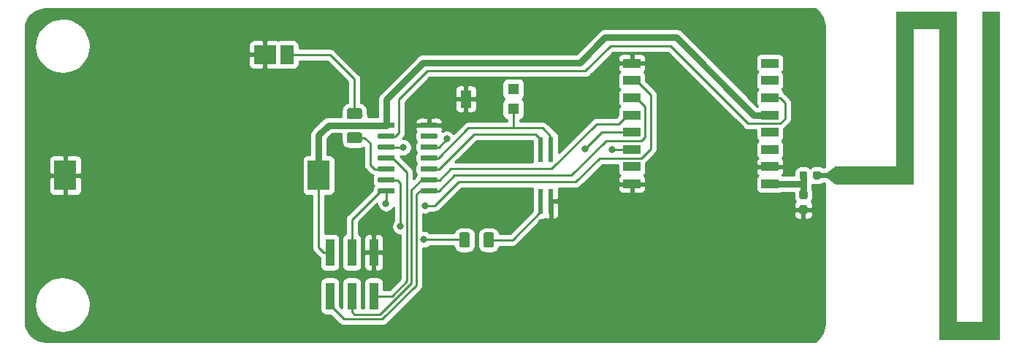
<source format=gtl>
G04 #@! TF.GenerationSoftware,KiCad,Pcbnew,(5.1.2-1)-1*
G04 #@! TF.CreationDate,2019-09-23T09:48:08+02:00*
G04 #@! TF.ProjectId,briefkastensensor,62726965-666b-4617-9374-656e73656e73,rev?*
G04 #@! TF.SameCoordinates,Original*
G04 #@! TF.FileFunction,Copper,L1,Top*
G04 #@! TF.FilePolarity,Positive*
%FSLAX46Y46*%
G04 Gerber Fmt 4.6, Leading zero omitted, Abs format (unit mm)*
G04 Created by KiCad (PCBNEW (5.1.2-1)-1) date 2019-09-23 09:48:08*
%MOMM*%
%LPD*%
G04 APERTURE LIST*
%ADD10C,0.100000*%
%ADD11R,2.540000X3.510000*%
%ADD12C,1.250000*%
%ADD13C,0.950000*%
%ADD14C,0.875000*%
%ADD15R,0.600000X3.000000*%
%ADD16R,0.200000X0.600000*%
%ADD17R,2.000000X1.000000*%
%ADD18C,0.600000*%
%ADD19R,1.000000X3.150000*%
%ADD20R,1.550000X2.200000*%
%ADD21R,2.500000X2.200000*%
%ADD22R,1.300000X1.300000*%
%ADD23R,1.300000X2.000000*%
%ADD24C,0.800000*%
%ADD25C,0.250000*%
%ADD26C,0.750000*%
%ADD27C,0.590000*%
%ADD28C,0.800000*%
%ADD29C,0.254000*%
G04 APERTURE END LIST*
D10*
G36*
X193604600Y-87250000D02*
G01*
X193604600Y-87750000D01*
X193350000Y-87750000D01*
X193350000Y-87250000D01*
X193604600Y-87250000D01*
G37*
X193604600Y-87250000D02*
X193604600Y-87750000D01*
X193350000Y-87750000D01*
X193350000Y-87250000D01*
X193604600Y-87250000D01*
G36*
X194600000Y-88500000D02*
G01*
X194600000Y-86500000D01*
X193600000Y-87250000D01*
X193600000Y-87750000D01*
X194600000Y-88500000D01*
G37*
X194600000Y-88500000D02*
X194600000Y-86500000D01*
X193600000Y-87250000D01*
X193600000Y-87750000D01*
X194600000Y-88500000D01*
G36*
X194600000Y-88500000D02*
G01*
X194600000Y-86500000D01*
X203600000Y-86500000D01*
X203600000Y-88500000D01*
X194600000Y-88500000D01*
G37*
X194600000Y-88500000D02*
X194600000Y-86500000D01*
X203600000Y-86500000D01*
X203600000Y-88500000D01*
X194600000Y-88500000D01*
G36*
X201600000Y-68500000D02*
G01*
X201600000Y-88500000D01*
X203600000Y-88500000D01*
X203600000Y-68500000D01*
X201600000Y-68500000D01*
G37*
X201600000Y-68500000D02*
X201600000Y-88500000D01*
X203600000Y-88500000D01*
X203600000Y-68500000D01*
X201600000Y-68500000D01*
G36*
X208600000Y-68500000D02*
G01*
X201600000Y-68500000D01*
X201600000Y-70500000D01*
X208600000Y-70500000D01*
X208600000Y-68500000D01*
G37*
X208600000Y-68500000D02*
X201600000Y-68500000D01*
X201600000Y-70500000D01*
X208600000Y-70500000D01*
X208600000Y-68500000D01*
G36*
X206600000Y-106500000D02*
G01*
X206600000Y-68500000D01*
X208600000Y-68500000D01*
X208600000Y-106500000D01*
X206600000Y-106500000D01*
G37*
X206600000Y-106500000D02*
X206600000Y-68500000D01*
X208600000Y-68500000D01*
X208600000Y-106500000D01*
X206600000Y-106500000D01*
G36*
X213600000Y-106500000D02*
G01*
X206600000Y-106500000D01*
X206600000Y-104500000D01*
X213600000Y-104500000D01*
X213600000Y-106500000D01*
G37*
X213600000Y-106500000D02*
X206600000Y-106500000D01*
X206600000Y-104500000D01*
X213600000Y-104500000D01*
X213600000Y-106500000D01*
G36*
X211600000Y-68500000D02*
G01*
X211600000Y-106500000D01*
X213600000Y-106500000D01*
X213600000Y-68500000D01*
X211600000Y-68500000D01*
G37*
X211600000Y-68500000D02*
X211600000Y-106500000D01*
X213600000Y-106500000D01*
X213600000Y-68500000D01*
X211600000Y-68500000D01*
D11*
X105320000Y-87500000D03*
X134680000Y-87500000D03*
D10*
G36*
X154799504Y-94126204D02*
G01*
X154823773Y-94129804D01*
X154847571Y-94135765D01*
X154870671Y-94144030D01*
X154892849Y-94154520D01*
X154913893Y-94167133D01*
X154933598Y-94181747D01*
X154951777Y-94198223D01*
X154968253Y-94216402D01*
X154982867Y-94236107D01*
X154995480Y-94257151D01*
X155005970Y-94279329D01*
X155014235Y-94302429D01*
X155020196Y-94326227D01*
X155023796Y-94350496D01*
X155025000Y-94375000D01*
X155025000Y-95625000D01*
X155023796Y-95649504D01*
X155020196Y-95673773D01*
X155014235Y-95697571D01*
X155005970Y-95720671D01*
X154995480Y-95742849D01*
X154982867Y-95763893D01*
X154968253Y-95783598D01*
X154951777Y-95801777D01*
X154933598Y-95818253D01*
X154913893Y-95832867D01*
X154892849Y-95845480D01*
X154870671Y-95855970D01*
X154847571Y-95864235D01*
X154823773Y-95870196D01*
X154799504Y-95873796D01*
X154775000Y-95875000D01*
X154025000Y-95875000D01*
X154000496Y-95873796D01*
X153976227Y-95870196D01*
X153952429Y-95864235D01*
X153929329Y-95855970D01*
X153907151Y-95845480D01*
X153886107Y-95832867D01*
X153866402Y-95818253D01*
X153848223Y-95801777D01*
X153831747Y-95783598D01*
X153817133Y-95763893D01*
X153804520Y-95742849D01*
X153794030Y-95720671D01*
X153785765Y-95697571D01*
X153779804Y-95673773D01*
X153776204Y-95649504D01*
X153775000Y-95625000D01*
X153775000Y-94375000D01*
X153776204Y-94350496D01*
X153779804Y-94326227D01*
X153785765Y-94302429D01*
X153794030Y-94279329D01*
X153804520Y-94257151D01*
X153817133Y-94236107D01*
X153831747Y-94216402D01*
X153848223Y-94198223D01*
X153866402Y-94181747D01*
X153886107Y-94167133D01*
X153907151Y-94154520D01*
X153929329Y-94144030D01*
X153952429Y-94135765D01*
X153976227Y-94129804D01*
X154000496Y-94126204D01*
X154025000Y-94125000D01*
X154775000Y-94125000D01*
X154799504Y-94126204D01*
X154799504Y-94126204D01*
G37*
D12*
X154400000Y-95000000D03*
D10*
G36*
X151999504Y-94126204D02*
G01*
X152023773Y-94129804D01*
X152047571Y-94135765D01*
X152070671Y-94144030D01*
X152092849Y-94154520D01*
X152113893Y-94167133D01*
X152133598Y-94181747D01*
X152151777Y-94198223D01*
X152168253Y-94216402D01*
X152182867Y-94236107D01*
X152195480Y-94257151D01*
X152205970Y-94279329D01*
X152214235Y-94302429D01*
X152220196Y-94326227D01*
X152223796Y-94350496D01*
X152225000Y-94375000D01*
X152225000Y-95625000D01*
X152223796Y-95649504D01*
X152220196Y-95673773D01*
X152214235Y-95697571D01*
X152205970Y-95720671D01*
X152195480Y-95742849D01*
X152182867Y-95763893D01*
X152168253Y-95783598D01*
X152151777Y-95801777D01*
X152133598Y-95818253D01*
X152113893Y-95832867D01*
X152092849Y-95845480D01*
X152070671Y-95855970D01*
X152047571Y-95864235D01*
X152023773Y-95870196D01*
X151999504Y-95873796D01*
X151975000Y-95875000D01*
X151225000Y-95875000D01*
X151200496Y-95873796D01*
X151176227Y-95870196D01*
X151152429Y-95864235D01*
X151129329Y-95855970D01*
X151107151Y-95845480D01*
X151086107Y-95832867D01*
X151066402Y-95818253D01*
X151048223Y-95801777D01*
X151031747Y-95783598D01*
X151017133Y-95763893D01*
X151004520Y-95742849D01*
X150994030Y-95720671D01*
X150985765Y-95697571D01*
X150979804Y-95673773D01*
X150976204Y-95649504D01*
X150975000Y-95625000D01*
X150975000Y-94375000D01*
X150976204Y-94350496D01*
X150979804Y-94326227D01*
X150985765Y-94302429D01*
X150994030Y-94279329D01*
X151004520Y-94257151D01*
X151017133Y-94236107D01*
X151031747Y-94216402D01*
X151048223Y-94198223D01*
X151066402Y-94181747D01*
X151086107Y-94167133D01*
X151107151Y-94154520D01*
X151129329Y-94144030D01*
X151152429Y-94135765D01*
X151176227Y-94129804D01*
X151200496Y-94126204D01*
X151225000Y-94125000D01*
X151975000Y-94125000D01*
X151999504Y-94126204D01*
X151999504Y-94126204D01*
G37*
D12*
X151600000Y-95000000D03*
D10*
G36*
X139485904Y-79713404D02*
G01*
X139510173Y-79717004D01*
X139533971Y-79722965D01*
X139557071Y-79731230D01*
X139579249Y-79741720D01*
X139600293Y-79754333D01*
X139619998Y-79768947D01*
X139638177Y-79785423D01*
X139654653Y-79803602D01*
X139669267Y-79823307D01*
X139681880Y-79844351D01*
X139692370Y-79866529D01*
X139700635Y-79889629D01*
X139706596Y-79913427D01*
X139710196Y-79937696D01*
X139711400Y-79962200D01*
X139711400Y-80712200D01*
X139710196Y-80736704D01*
X139706596Y-80760973D01*
X139700635Y-80784771D01*
X139692370Y-80807871D01*
X139681880Y-80830049D01*
X139669267Y-80851093D01*
X139654653Y-80870798D01*
X139638177Y-80888977D01*
X139619998Y-80905453D01*
X139600293Y-80920067D01*
X139579249Y-80932680D01*
X139557071Y-80943170D01*
X139533971Y-80951435D01*
X139510173Y-80957396D01*
X139485904Y-80960996D01*
X139461400Y-80962200D01*
X138211400Y-80962200D01*
X138186896Y-80960996D01*
X138162627Y-80957396D01*
X138138829Y-80951435D01*
X138115729Y-80943170D01*
X138093551Y-80932680D01*
X138072507Y-80920067D01*
X138052802Y-80905453D01*
X138034623Y-80888977D01*
X138018147Y-80870798D01*
X138003533Y-80851093D01*
X137990920Y-80830049D01*
X137980430Y-80807871D01*
X137972165Y-80784771D01*
X137966204Y-80760973D01*
X137962604Y-80736704D01*
X137961400Y-80712200D01*
X137961400Y-79962200D01*
X137962604Y-79937696D01*
X137966204Y-79913427D01*
X137972165Y-79889629D01*
X137980430Y-79866529D01*
X137990920Y-79844351D01*
X138003533Y-79823307D01*
X138018147Y-79803602D01*
X138034623Y-79785423D01*
X138052802Y-79768947D01*
X138072507Y-79754333D01*
X138093551Y-79741720D01*
X138115729Y-79731230D01*
X138138829Y-79722965D01*
X138162627Y-79717004D01*
X138186896Y-79713404D01*
X138211400Y-79712200D01*
X139461400Y-79712200D01*
X139485904Y-79713404D01*
X139485904Y-79713404D01*
G37*
D12*
X138836400Y-80337200D03*
D10*
G36*
X139485904Y-82513404D02*
G01*
X139510173Y-82517004D01*
X139533971Y-82522965D01*
X139557071Y-82531230D01*
X139579249Y-82541720D01*
X139600293Y-82554333D01*
X139619998Y-82568947D01*
X139638177Y-82585423D01*
X139654653Y-82603602D01*
X139669267Y-82623307D01*
X139681880Y-82644351D01*
X139692370Y-82666529D01*
X139700635Y-82689629D01*
X139706596Y-82713427D01*
X139710196Y-82737696D01*
X139711400Y-82762200D01*
X139711400Y-83512200D01*
X139710196Y-83536704D01*
X139706596Y-83560973D01*
X139700635Y-83584771D01*
X139692370Y-83607871D01*
X139681880Y-83630049D01*
X139669267Y-83651093D01*
X139654653Y-83670798D01*
X139638177Y-83688977D01*
X139619998Y-83705453D01*
X139600293Y-83720067D01*
X139579249Y-83732680D01*
X139557071Y-83743170D01*
X139533971Y-83751435D01*
X139510173Y-83757396D01*
X139485904Y-83760996D01*
X139461400Y-83762200D01*
X138211400Y-83762200D01*
X138186896Y-83760996D01*
X138162627Y-83757396D01*
X138138829Y-83751435D01*
X138115729Y-83743170D01*
X138093551Y-83732680D01*
X138072507Y-83720067D01*
X138052802Y-83705453D01*
X138034623Y-83688977D01*
X138018147Y-83670798D01*
X138003533Y-83651093D01*
X137990920Y-83630049D01*
X137980430Y-83607871D01*
X137972165Y-83584771D01*
X137966204Y-83560973D01*
X137962604Y-83536704D01*
X137961400Y-83512200D01*
X137961400Y-82762200D01*
X137962604Y-82737696D01*
X137966204Y-82713427D01*
X137972165Y-82689629D01*
X137980430Y-82666529D01*
X137990920Y-82644351D01*
X138003533Y-82623307D01*
X138018147Y-82603602D01*
X138034623Y-82585423D01*
X138052802Y-82568947D01*
X138072507Y-82554333D01*
X138093551Y-82541720D01*
X138115729Y-82531230D01*
X138138829Y-82522965D01*
X138162627Y-82517004D01*
X138186896Y-82513404D01*
X138211400Y-82512200D01*
X139461400Y-82512200D01*
X139485904Y-82513404D01*
X139485904Y-82513404D01*
G37*
D12*
X138836400Y-83137200D03*
D10*
G36*
X191141779Y-90965644D02*
G01*
X191164834Y-90969063D01*
X191187443Y-90974727D01*
X191209387Y-90982579D01*
X191230457Y-90992544D01*
X191250448Y-91004526D01*
X191269168Y-91018410D01*
X191286438Y-91034062D01*
X191302090Y-91051332D01*
X191315974Y-91070052D01*
X191327956Y-91090043D01*
X191337921Y-91111113D01*
X191345773Y-91133057D01*
X191351437Y-91155666D01*
X191354856Y-91178721D01*
X191356000Y-91202000D01*
X191356000Y-91777000D01*
X191354856Y-91800279D01*
X191351437Y-91823334D01*
X191345773Y-91845943D01*
X191337921Y-91867887D01*
X191327956Y-91888957D01*
X191315974Y-91908948D01*
X191302090Y-91927668D01*
X191286438Y-91944938D01*
X191269168Y-91960590D01*
X191250448Y-91974474D01*
X191230457Y-91986456D01*
X191209387Y-91996421D01*
X191187443Y-92004273D01*
X191164834Y-92009937D01*
X191141779Y-92013356D01*
X191118500Y-92014500D01*
X190643500Y-92014500D01*
X190620221Y-92013356D01*
X190597166Y-92009937D01*
X190574557Y-92004273D01*
X190552613Y-91996421D01*
X190531543Y-91986456D01*
X190511552Y-91974474D01*
X190492832Y-91960590D01*
X190475562Y-91944938D01*
X190459910Y-91927668D01*
X190446026Y-91908948D01*
X190434044Y-91888957D01*
X190424079Y-91867887D01*
X190416227Y-91845943D01*
X190410563Y-91823334D01*
X190407144Y-91800279D01*
X190406000Y-91777000D01*
X190406000Y-91202000D01*
X190407144Y-91178721D01*
X190410563Y-91155666D01*
X190416227Y-91133057D01*
X190424079Y-91111113D01*
X190434044Y-91090043D01*
X190446026Y-91070052D01*
X190459910Y-91051332D01*
X190475562Y-91034062D01*
X190492832Y-91018410D01*
X190511552Y-91004526D01*
X190531543Y-90992544D01*
X190552613Y-90982579D01*
X190574557Y-90974727D01*
X190597166Y-90969063D01*
X190620221Y-90965644D01*
X190643500Y-90964500D01*
X191118500Y-90964500D01*
X191141779Y-90965644D01*
X191141779Y-90965644D01*
G37*
D13*
X190881000Y-91489500D03*
D10*
G36*
X191141779Y-89215644D02*
G01*
X191164834Y-89219063D01*
X191187443Y-89224727D01*
X191209387Y-89232579D01*
X191230457Y-89242544D01*
X191250448Y-89254526D01*
X191269168Y-89268410D01*
X191286438Y-89284062D01*
X191302090Y-89301332D01*
X191315974Y-89320052D01*
X191327956Y-89340043D01*
X191337921Y-89361113D01*
X191345773Y-89383057D01*
X191351437Y-89405666D01*
X191354856Y-89428721D01*
X191356000Y-89452000D01*
X191356000Y-90027000D01*
X191354856Y-90050279D01*
X191351437Y-90073334D01*
X191345773Y-90095943D01*
X191337921Y-90117887D01*
X191327956Y-90138957D01*
X191315974Y-90158948D01*
X191302090Y-90177668D01*
X191286438Y-90194938D01*
X191269168Y-90210590D01*
X191250448Y-90224474D01*
X191230457Y-90236456D01*
X191209387Y-90246421D01*
X191187443Y-90254273D01*
X191164834Y-90259937D01*
X191141779Y-90263356D01*
X191118500Y-90264500D01*
X190643500Y-90264500D01*
X190620221Y-90263356D01*
X190597166Y-90259937D01*
X190574557Y-90254273D01*
X190552613Y-90246421D01*
X190531543Y-90236456D01*
X190511552Y-90224474D01*
X190492832Y-90210590D01*
X190475562Y-90194938D01*
X190459910Y-90177668D01*
X190446026Y-90158948D01*
X190434044Y-90138957D01*
X190424079Y-90117887D01*
X190416227Y-90095943D01*
X190410563Y-90073334D01*
X190407144Y-90050279D01*
X190406000Y-90027000D01*
X190406000Y-89452000D01*
X190407144Y-89428721D01*
X190410563Y-89405666D01*
X190416227Y-89383057D01*
X190424079Y-89361113D01*
X190434044Y-89340043D01*
X190446026Y-89320052D01*
X190459910Y-89301332D01*
X190475562Y-89284062D01*
X190492832Y-89268410D01*
X190511552Y-89254526D01*
X190531543Y-89242544D01*
X190552613Y-89232579D01*
X190574557Y-89224727D01*
X190597166Y-89219063D01*
X190620221Y-89215644D01*
X190643500Y-89214500D01*
X191118500Y-89214500D01*
X191141779Y-89215644D01*
X191141779Y-89215644D01*
G37*
D13*
X190881000Y-89739500D03*
D10*
G36*
X191121891Y-87019653D02*
G01*
X191143126Y-87022803D01*
X191163950Y-87028019D01*
X191184162Y-87035251D01*
X191203568Y-87044430D01*
X191221981Y-87055466D01*
X191239224Y-87068254D01*
X191255130Y-87082670D01*
X191269546Y-87098576D01*
X191282334Y-87115819D01*
X191293370Y-87134232D01*
X191302549Y-87153638D01*
X191309781Y-87173850D01*
X191314997Y-87194674D01*
X191318147Y-87215909D01*
X191319200Y-87237350D01*
X191319200Y-87749850D01*
X191318147Y-87771291D01*
X191314997Y-87792526D01*
X191309781Y-87813350D01*
X191302549Y-87833562D01*
X191293370Y-87852968D01*
X191282334Y-87871381D01*
X191269546Y-87888624D01*
X191255130Y-87904530D01*
X191239224Y-87918946D01*
X191221981Y-87931734D01*
X191203568Y-87942770D01*
X191184162Y-87951949D01*
X191163950Y-87959181D01*
X191143126Y-87964397D01*
X191121891Y-87967547D01*
X191100450Y-87968600D01*
X190662950Y-87968600D01*
X190641509Y-87967547D01*
X190620274Y-87964397D01*
X190599450Y-87959181D01*
X190579238Y-87951949D01*
X190559832Y-87942770D01*
X190541419Y-87931734D01*
X190524176Y-87918946D01*
X190508270Y-87904530D01*
X190493854Y-87888624D01*
X190481066Y-87871381D01*
X190470030Y-87852968D01*
X190460851Y-87833562D01*
X190453619Y-87813350D01*
X190448403Y-87792526D01*
X190445253Y-87771291D01*
X190444200Y-87749850D01*
X190444200Y-87237350D01*
X190445253Y-87215909D01*
X190448403Y-87194674D01*
X190453619Y-87173850D01*
X190460851Y-87153638D01*
X190470030Y-87134232D01*
X190481066Y-87115819D01*
X190493854Y-87098576D01*
X190508270Y-87082670D01*
X190524176Y-87068254D01*
X190541419Y-87055466D01*
X190559832Y-87044430D01*
X190579238Y-87035251D01*
X190599450Y-87028019D01*
X190620274Y-87022803D01*
X190641509Y-87019653D01*
X190662950Y-87018600D01*
X191100450Y-87018600D01*
X191121891Y-87019653D01*
X191121891Y-87019653D01*
G37*
D14*
X190881700Y-87493600D03*
D10*
G36*
X192696891Y-87019653D02*
G01*
X192718126Y-87022803D01*
X192738950Y-87028019D01*
X192759162Y-87035251D01*
X192778568Y-87044430D01*
X192796981Y-87055466D01*
X192814224Y-87068254D01*
X192830130Y-87082670D01*
X192844546Y-87098576D01*
X192857334Y-87115819D01*
X192868370Y-87134232D01*
X192877549Y-87153638D01*
X192884781Y-87173850D01*
X192889997Y-87194674D01*
X192893147Y-87215909D01*
X192894200Y-87237350D01*
X192894200Y-87749850D01*
X192893147Y-87771291D01*
X192889997Y-87792526D01*
X192884781Y-87813350D01*
X192877549Y-87833562D01*
X192868370Y-87852968D01*
X192857334Y-87871381D01*
X192844546Y-87888624D01*
X192830130Y-87904530D01*
X192814224Y-87918946D01*
X192796981Y-87931734D01*
X192778568Y-87942770D01*
X192759162Y-87951949D01*
X192738950Y-87959181D01*
X192718126Y-87964397D01*
X192696891Y-87967547D01*
X192675450Y-87968600D01*
X192237950Y-87968600D01*
X192216509Y-87967547D01*
X192195274Y-87964397D01*
X192174450Y-87959181D01*
X192154238Y-87951949D01*
X192134832Y-87942770D01*
X192116419Y-87931734D01*
X192099176Y-87918946D01*
X192083270Y-87904530D01*
X192068854Y-87888624D01*
X192056066Y-87871381D01*
X192045030Y-87852968D01*
X192035851Y-87833562D01*
X192028619Y-87813350D01*
X192023403Y-87792526D01*
X192020253Y-87771291D01*
X192019200Y-87749850D01*
X192019200Y-87237350D01*
X192020253Y-87215909D01*
X192023403Y-87194674D01*
X192028619Y-87173850D01*
X192035851Y-87153638D01*
X192045030Y-87134232D01*
X192056066Y-87115819D01*
X192068854Y-87098576D01*
X192083270Y-87082670D01*
X192099176Y-87068254D01*
X192116419Y-87055466D01*
X192134832Y-87044430D01*
X192154238Y-87035251D01*
X192174450Y-87028019D01*
X192195274Y-87022803D01*
X192216509Y-87019653D01*
X192237950Y-87018600D01*
X192675450Y-87018600D01*
X192696891Y-87019653D01*
X192696891Y-87019653D01*
G37*
D14*
X192456700Y-87493600D03*
D15*
X160400000Y-84500000D03*
X161600000Y-90500000D03*
X161600000Y-84500000D03*
X160400000Y-90500000D03*
D16*
X193400000Y-87500000D03*
D17*
X187000000Y-74500000D03*
X187000000Y-76500000D03*
X187000000Y-78500000D03*
X187000000Y-80500000D03*
X187000000Y-82500000D03*
X187000000Y-84500000D03*
X187000000Y-86500000D03*
X187000000Y-88500000D03*
X171000000Y-88500000D03*
X171000000Y-86500000D03*
X171000000Y-84500000D03*
X171000000Y-82500000D03*
X171000000Y-80500000D03*
X171000000Y-78500000D03*
X171000000Y-76500000D03*
X171000000Y-74500000D03*
D10*
G36*
X148314703Y-81390722D02*
G01*
X148329264Y-81392882D01*
X148343543Y-81396459D01*
X148357403Y-81401418D01*
X148370710Y-81407712D01*
X148383336Y-81415280D01*
X148395159Y-81424048D01*
X148406066Y-81433934D01*
X148415952Y-81444841D01*
X148424720Y-81456664D01*
X148432288Y-81469290D01*
X148438582Y-81482597D01*
X148443541Y-81496457D01*
X148447118Y-81510736D01*
X148449278Y-81525297D01*
X148450000Y-81540000D01*
X148450000Y-81840000D01*
X148449278Y-81854703D01*
X148447118Y-81869264D01*
X148443541Y-81883543D01*
X148438582Y-81897403D01*
X148432288Y-81910710D01*
X148424720Y-81923336D01*
X148415952Y-81935159D01*
X148406066Y-81946066D01*
X148395159Y-81955952D01*
X148383336Y-81964720D01*
X148370710Y-81972288D01*
X148357403Y-81978582D01*
X148343543Y-81983541D01*
X148329264Y-81987118D01*
X148314703Y-81989278D01*
X148300000Y-81990000D01*
X146650000Y-81990000D01*
X146635297Y-81989278D01*
X146620736Y-81987118D01*
X146606457Y-81983541D01*
X146592597Y-81978582D01*
X146579290Y-81972288D01*
X146566664Y-81964720D01*
X146554841Y-81955952D01*
X146543934Y-81946066D01*
X146534048Y-81935159D01*
X146525280Y-81923336D01*
X146517712Y-81910710D01*
X146511418Y-81897403D01*
X146506459Y-81883543D01*
X146502882Y-81869264D01*
X146500722Y-81854703D01*
X146500000Y-81840000D01*
X146500000Y-81540000D01*
X146500722Y-81525297D01*
X146502882Y-81510736D01*
X146506459Y-81496457D01*
X146511418Y-81482597D01*
X146517712Y-81469290D01*
X146525280Y-81456664D01*
X146534048Y-81444841D01*
X146543934Y-81433934D01*
X146554841Y-81424048D01*
X146566664Y-81415280D01*
X146579290Y-81407712D01*
X146592597Y-81401418D01*
X146606457Y-81396459D01*
X146620736Y-81392882D01*
X146635297Y-81390722D01*
X146650000Y-81390000D01*
X148300000Y-81390000D01*
X148314703Y-81390722D01*
X148314703Y-81390722D01*
G37*
D18*
X147475000Y-81690000D03*
D10*
G36*
X148314703Y-82660722D02*
G01*
X148329264Y-82662882D01*
X148343543Y-82666459D01*
X148357403Y-82671418D01*
X148370710Y-82677712D01*
X148383336Y-82685280D01*
X148395159Y-82694048D01*
X148406066Y-82703934D01*
X148415952Y-82714841D01*
X148424720Y-82726664D01*
X148432288Y-82739290D01*
X148438582Y-82752597D01*
X148443541Y-82766457D01*
X148447118Y-82780736D01*
X148449278Y-82795297D01*
X148450000Y-82810000D01*
X148450000Y-83110000D01*
X148449278Y-83124703D01*
X148447118Y-83139264D01*
X148443541Y-83153543D01*
X148438582Y-83167403D01*
X148432288Y-83180710D01*
X148424720Y-83193336D01*
X148415952Y-83205159D01*
X148406066Y-83216066D01*
X148395159Y-83225952D01*
X148383336Y-83234720D01*
X148370710Y-83242288D01*
X148357403Y-83248582D01*
X148343543Y-83253541D01*
X148329264Y-83257118D01*
X148314703Y-83259278D01*
X148300000Y-83260000D01*
X146650000Y-83260000D01*
X146635297Y-83259278D01*
X146620736Y-83257118D01*
X146606457Y-83253541D01*
X146592597Y-83248582D01*
X146579290Y-83242288D01*
X146566664Y-83234720D01*
X146554841Y-83225952D01*
X146543934Y-83216066D01*
X146534048Y-83205159D01*
X146525280Y-83193336D01*
X146517712Y-83180710D01*
X146511418Y-83167403D01*
X146506459Y-83153543D01*
X146502882Y-83139264D01*
X146500722Y-83124703D01*
X146500000Y-83110000D01*
X146500000Y-82810000D01*
X146500722Y-82795297D01*
X146502882Y-82780736D01*
X146506459Y-82766457D01*
X146511418Y-82752597D01*
X146517712Y-82739290D01*
X146525280Y-82726664D01*
X146534048Y-82714841D01*
X146543934Y-82703934D01*
X146554841Y-82694048D01*
X146566664Y-82685280D01*
X146579290Y-82677712D01*
X146592597Y-82671418D01*
X146606457Y-82666459D01*
X146620736Y-82662882D01*
X146635297Y-82660722D01*
X146650000Y-82660000D01*
X148300000Y-82660000D01*
X148314703Y-82660722D01*
X148314703Y-82660722D01*
G37*
D18*
X147475000Y-82960000D03*
D10*
G36*
X148314703Y-83930722D02*
G01*
X148329264Y-83932882D01*
X148343543Y-83936459D01*
X148357403Y-83941418D01*
X148370710Y-83947712D01*
X148383336Y-83955280D01*
X148395159Y-83964048D01*
X148406066Y-83973934D01*
X148415952Y-83984841D01*
X148424720Y-83996664D01*
X148432288Y-84009290D01*
X148438582Y-84022597D01*
X148443541Y-84036457D01*
X148447118Y-84050736D01*
X148449278Y-84065297D01*
X148450000Y-84080000D01*
X148450000Y-84380000D01*
X148449278Y-84394703D01*
X148447118Y-84409264D01*
X148443541Y-84423543D01*
X148438582Y-84437403D01*
X148432288Y-84450710D01*
X148424720Y-84463336D01*
X148415952Y-84475159D01*
X148406066Y-84486066D01*
X148395159Y-84495952D01*
X148383336Y-84504720D01*
X148370710Y-84512288D01*
X148357403Y-84518582D01*
X148343543Y-84523541D01*
X148329264Y-84527118D01*
X148314703Y-84529278D01*
X148300000Y-84530000D01*
X146650000Y-84530000D01*
X146635297Y-84529278D01*
X146620736Y-84527118D01*
X146606457Y-84523541D01*
X146592597Y-84518582D01*
X146579290Y-84512288D01*
X146566664Y-84504720D01*
X146554841Y-84495952D01*
X146543934Y-84486066D01*
X146534048Y-84475159D01*
X146525280Y-84463336D01*
X146517712Y-84450710D01*
X146511418Y-84437403D01*
X146506459Y-84423543D01*
X146502882Y-84409264D01*
X146500722Y-84394703D01*
X146500000Y-84380000D01*
X146500000Y-84080000D01*
X146500722Y-84065297D01*
X146502882Y-84050736D01*
X146506459Y-84036457D01*
X146511418Y-84022597D01*
X146517712Y-84009290D01*
X146525280Y-83996664D01*
X146534048Y-83984841D01*
X146543934Y-83973934D01*
X146554841Y-83964048D01*
X146566664Y-83955280D01*
X146579290Y-83947712D01*
X146592597Y-83941418D01*
X146606457Y-83936459D01*
X146620736Y-83932882D01*
X146635297Y-83930722D01*
X146650000Y-83930000D01*
X148300000Y-83930000D01*
X148314703Y-83930722D01*
X148314703Y-83930722D01*
G37*
D18*
X147475000Y-84230000D03*
D10*
G36*
X148314703Y-85200722D02*
G01*
X148329264Y-85202882D01*
X148343543Y-85206459D01*
X148357403Y-85211418D01*
X148370710Y-85217712D01*
X148383336Y-85225280D01*
X148395159Y-85234048D01*
X148406066Y-85243934D01*
X148415952Y-85254841D01*
X148424720Y-85266664D01*
X148432288Y-85279290D01*
X148438582Y-85292597D01*
X148443541Y-85306457D01*
X148447118Y-85320736D01*
X148449278Y-85335297D01*
X148450000Y-85350000D01*
X148450000Y-85650000D01*
X148449278Y-85664703D01*
X148447118Y-85679264D01*
X148443541Y-85693543D01*
X148438582Y-85707403D01*
X148432288Y-85720710D01*
X148424720Y-85733336D01*
X148415952Y-85745159D01*
X148406066Y-85756066D01*
X148395159Y-85765952D01*
X148383336Y-85774720D01*
X148370710Y-85782288D01*
X148357403Y-85788582D01*
X148343543Y-85793541D01*
X148329264Y-85797118D01*
X148314703Y-85799278D01*
X148300000Y-85800000D01*
X146650000Y-85800000D01*
X146635297Y-85799278D01*
X146620736Y-85797118D01*
X146606457Y-85793541D01*
X146592597Y-85788582D01*
X146579290Y-85782288D01*
X146566664Y-85774720D01*
X146554841Y-85765952D01*
X146543934Y-85756066D01*
X146534048Y-85745159D01*
X146525280Y-85733336D01*
X146517712Y-85720710D01*
X146511418Y-85707403D01*
X146506459Y-85693543D01*
X146502882Y-85679264D01*
X146500722Y-85664703D01*
X146500000Y-85650000D01*
X146500000Y-85350000D01*
X146500722Y-85335297D01*
X146502882Y-85320736D01*
X146506459Y-85306457D01*
X146511418Y-85292597D01*
X146517712Y-85279290D01*
X146525280Y-85266664D01*
X146534048Y-85254841D01*
X146543934Y-85243934D01*
X146554841Y-85234048D01*
X146566664Y-85225280D01*
X146579290Y-85217712D01*
X146592597Y-85211418D01*
X146606457Y-85206459D01*
X146620736Y-85202882D01*
X146635297Y-85200722D01*
X146650000Y-85200000D01*
X148300000Y-85200000D01*
X148314703Y-85200722D01*
X148314703Y-85200722D01*
G37*
D18*
X147475000Y-85500000D03*
D10*
G36*
X148314703Y-86470722D02*
G01*
X148329264Y-86472882D01*
X148343543Y-86476459D01*
X148357403Y-86481418D01*
X148370710Y-86487712D01*
X148383336Y-86495280D01*
X148395159Y-86504048D01*
X148406066Y-86513934D01*
X148415952Y-86524841D01*
X148424720Y-86536664D01*
X148432288Y-86549290D01*
X148438582Y-86562597D01*
X148443541Y-86576457D01*
X148447118Y-86590736D01*
X148449278Y-86605297D01*
X148450000Y-86620000D01*
X148450000Y-86920000D01*
X148449278Y-86934703D01*
X148447118Y-86949264D01*
X148443541Y-86963543D01*
X148438582Y-86977403D01*
X148432288Y-86990710D01*
X148424720Y-87003336D01*
X148415952Y-87015159D01*
X148406066Y-87026066D01*
X148395159Y-87035952D01*
X148383336Y-87044720D01*
X148370710Y-87052288D01*
X148357403Y-87058582D01*
X148343543Y-87063541D01*
X148329264Y-87067118D01*
X148314703Y-87069278D01*
X148300000Y-87070000D01*
X146650000Y-87070000D01*
X146635297Y-87069278D01*
X146620736Y-87067118D01*
X146606457Y-87063541D01*
X146592597Y-87058582D01*
X146579290Y-87052288D01*
X146566664Y-87044720D01*
X146554841Y-87035952D01*
X146543934Y-87026066D01*
X146534048Y-87015159D01*
X146525280Y-87003336D01*
X146517712Y-86990710D01*
X146511418Y-86977403D01*
X146506459Y-86963543D01*
X146502882Y-86949264D01*
X146500722Y-86934703D01*
X146500000Y-86920000D01*
X146500000Y-86620000D01*
X146500722Y-86605297D01*
X146502882Y-86590736D01*
X146506459Y-86576457D01*
X146511418Y-86562597D01*
X146517712Y-86549290D01*
X146525280Y-86536664D01*
X146534048Y-86524841D01*
X146543934Y-86513934D01*
X146554841Y-86504048D01*
X146566664Y-86495280D01*
X146579290Y-86487712D01*
X146592597Y-86481418D01*
X146606457Y-86476459D01*
X146620736Y-86472882D01*
X146635297Y-86470722D01*
X146650000Y-86470000D01*
X148300000Y-86470000D01*
X148314703Y-86470722D01*
X148314703Y-86470722D01*
G37*
D18*
X147475000Y-86770000D03*
D10*
G36*
X148314703Y-87740722D02*
G01*
X148329264Y-87742882D01*
X148343543Y-87746459D01*
X148357403Y-87751418D01*
X148370710Y-87757712D01*
X148383336Y-87765280D01*
X148395159Y-87774048D01*
X148406066Y-87783934D01*
X148415952Y-87794841D01*
X148424720Y-87806664D01*
X148432288Y-87819290D01*
X148438582Y-87832597D01*
X148443541Y-87846457D01*
X148447118Y-87860736D01*
X148449278Y-87875297D01*
X148450000Y-87890000D01*
X148450000Y-88190000D01*
X148449278Y-88204703D01*
X148447118Y-88219264D01*
X148443541Y-88233543D01*
X148438582Y-88247403D01*
X148432288Y-88260710D01*
X148424720Y-88273336D01*
X148415952Y-88285159D01*
X148406066Y-88296066D01*
X148395159Y-88305952D01*
X148383336Y-88314720D01*
X148370710Y-88322288D01*
X148357403Y-88328582D01*
X148343543Y-88333541D01*
X148329264Y-88337118D01*
X148314703Y-88339278D01*
X148300000Y-88340000D01*
X146650000Y-88340000D01*
X146635297Y-88339278D01*
X146620736Y-88337118D01*
X146606457Y-88333541D01*
X146592597Y-88328582D01*
X146579290Y-88322288D01*
X146566664Y-88314720D01*
X146554841Y-88305952D01*
X146543934Y-88296066D01*
X146534048Y-88285159D01*
X146525280Y-88273336D01*
X146517712Y-88260710D01*
X146511418Y-88247403D01*
X146506459Y-88233543D01*
X146502882Y-88219264D01*
X146500722Y-88204703D01*
X146500000Y-88190000D01*
X146500000Y-87890000D01*
X146500722Y-87875297D01*
X146502882Y-87860736D01*
X146506459Y-87846457D01*
X146511418Y-87832597D01*
X146517712Y-87819290D01*
X146525280Y-87806664D01*
X146534048Y-87794841D01*
X146543934Y-87783934D01*
X146554841Y-87774048D01*
X146566664Y-87765280D01*
X146579290Y-87757712D01*
X146592597Y-87751418D01*
X146606457Y-87746459D01*
X146620736Y-87742882D01*
X146635297Y-87740722D01*
X146650000Y-87740000D01*
X148300000Y-87740000D01*
X148314703Y-87740722D01*
X148314703Y-87740722D01*
G37*
D18*
X147475000Y-88040000D03*
D10*
G36*
X148314703Y-89010722D02*
G01*
X148329264Y-89012882D01*
X148343543Y-89016459D01*
X148357403Y-89021418D01*
X148370710Y-89027712D01*
X148383336Y-89035280D01*
X148395159Y-89044048D01*
X148406066Y-89053934D01*
X148415952Y-89064841D01*
X148424720Y-89076664D01*
X148432288Y-89089290D01*
X148438582Y-89102597D01*
X148443541Y-89116457D01*
X148447118Y-89130736D01*
X148449278Y-89145297D01*
X148450000Y-89160000D01*
X148450000Y-89460000D01*
X148449278Y-89474703D01*
X148447118Y-89489264D01*
X148443541Y-89503543D01*
X148438582Y-89517403D01*
X148432288Y-89530710D01*
X148424720Y-89543336D01*
X148415952Y-89555159D01*
X148406066Y-89566066D01*
X148395159Y-89575952D01*
X148383336Y-89584720D01*
X148370710Y-89592288D01*
X148357403Y-89598582D01*
X148343543Y-89603541D01*
X148329264Y-89607118D01*
X148314703Y-89609278D01*
X148300000Y-89610000D01*
X146650000Y-89610000D01*
X146635297Y-89609278D01*
X146620736Y-89607118D01*
X146606457Y-89603541D01*
X146592597Y-89598582D01*
X146579290Y-89592288D01*
X146566664Y-89584720D01*
X146554841Y-89575952D01*
X146543934Y-89566066D01*
X146534048Y-89555159D01*
X146525280Y-89543336D01*
X146517712Y-89530710D01*
X146511418Y-89517403D01*
X146506459Y-89503543D01*
X146502882Y-89489264D01*
X146500722Y-89474703D01*
X146500000Y-89460000D01*
X146500000Y-89160000D01*
X146500722Y-89145297D01*
X146502882Y-89130736D01*
X146506459Y-89116457D01*
X146511418Y-89102597D01*
X146517712Y-89089290D01*
X146525280Y-89076664D01*
X146534048Y-89064841D01*
X146543934Y-89053934D01*
X146554841Y-89044048D01*
X146566664Y-89035280D01*
X146579290Y-89027712D01*
X146592597Y-89021418D01*
X146606457Y-89016459D01*
X146620736Y-89012882D01*
X146635297Y-89010722D01*
X146650000Y-89010000D01*
X148300000Y-89010000D01*
X148314703Y-89010722D01*
X148314703Y-89010722D01*
G37*
D18*
X147475000Y-89310000D03*
D10*
G36*
X143364703Y-89010722D02*
G01*
X143379264Y-89012882D01*
X143393543Y-89016459D01*
X143407403Y-89021418D01*
X143420710Y-89027712D01*
X143433336Y-89035280D01*
X143445159Y-89044048D01*
X143456066Y-89053934D01*
X143465952Y-89064841D01*
X143474720Y-89076664D01*
X143482288Y-89089290D01*
X143488582Y-89102597D01*
X143493541Y-89116457D01*
X143497118Y-89130736D01*
X143499278Y-89145297D01*
X143500000Y-89160000D01*
X143500000Y-89460000D01*
X143499278Y-89474703D01*
X143497118Y-89489264D01*
X143493541Y-89503543D01*
X143488582Y-89517403D01*
X143482288Y-89530710D01*
X143474720Y-89543336D01*
X143465952Y-89555159D01*
X143456066Y-89566066D01*
X143445159Y-89575952D01*
X143433336Y-89584720D01*
X143420710Y-89592288D01*
X143407403Y-89598582D01*
X143393543Y-89603541D01*
X143379264Y-89607118D01*
X143364703Y-89609278D01*
X143350000Y-89610000D01*
X141700000Y-89610000D01*
X141685297Y-89609278D01*
X141670736Y-89607118D01*
X141656457Y-89603541D01*
X141642597Y-89598582D01*
X141629290Y-89592288D01*
X141616664Y-89584720D01*
X141604841Y-89575952D01*
X141593934Y-89566066D01*
X141584048Y-89555159D01*
X141575280Y-89543336D01*
X141567712Y-89530710D01*
X141561418Y-89517403D01*
X141556459Y-89503543D01*
X141552882Y-89489264D01*
X141550722Y-89474703D01*
X141550000Y-89460000D01*
X141550000Y-89160000D01*
X141550722Y-89145297D01*
X141552882Y-89130736D01*
X141556459Y-89116457D01*
X141561418Y-89102597D01*
X141567712Y-89089290D01*
X141575280Y-89076664D01*
X141584048Y-89064841D01*
X141593934Y-89053934D01*
X141604841Y-89044048D01*
X141616664Y-89035280D01*
X141629290Y-89027712D01*
X141642597Y-89021418D01*
X141656457Y-89016459D01*
X141670736Y-89012882D01*
X141685297Y-89010722D01*
X141700000Y-89010000D01*
X143350000Y-89010000D01*
X143364703Y-89010722D01*
X143364703Y-89010722D01*
G37*
D18*
X142525000Y-89310000D03*
D10*
G36*
X143364703Y-87740722D02*
G01*
X143379264Y-87742882D01*
X143393543Y-87746459D01*
X143407403Y-87751418D01*
X143420710Y-87757712D01*
X143433336Y-87765280D01*
X143445159Y-87774048D01*
X143456066Y-87783934D01*
X143465952Y-87794841D01*
X143474720Y-87806664D01*
X143482288Y-87819290D01*
X143488582Y-87832597D01*
X143493541Y-87846457D01*
X143497118Y-87860736D01*
X143499278Y-87875297D01*
X143500000Y-87890000D01*
X143500000Y-88190000D01*
X143499278Y-88204703D01*
X143497118Y-88219264D01*
X143493541Y-88233543D01*
X143488582Y-88247403D01*
X143482288Y-88260710D01*
X143474720Y-88273336D01*
X143465952Y-88285159D01*
X143456066Y-88296066D01*
X143445159Y-88305952D01*
X143433336Y-88314720D01*
X143420710Y-88322288D01*
X143407403Y-88328582D01*
X143393543Y-88333541D01*
X143379264Y-88337118D01*
X143364703Y-88339278D01*
X143350000Y-88340000D01*
X141700000Y-88340000D01*
X141685297Y-88339278D01*
X141670736Y-88337118D01*
X141656457Y-88333541D01*
X141642597Y-88328582D01*
X141629290Y-88322288D01*
X141616664Y-88314720D01*
X141604841Y-88305952D01*
X141593934Y-88296066D01*
X141584048Y-88285159D01*
X141575280Y-88273336D01*
X141567712Y-88260710D01*
X141561418Y-88247403D01*
X141556459Y-88233543D01*
X141552882Y-88219264D01*
X141550722Y-88204703D01*
X141550000Y-88190000D01*
X141550000Y-87890000D01*
X141550722Y-87875297D01*
X141552882Y-87860736D01*
X141556459Y-87846457D01*
X141561418Y-87832597D01*
X141567712Y-87819290D01*
X141575280Y-87806664D01*
X141584048Y-87794841D01*
X141593934Y-87783934D01*
X141604841Y-87774048D01*
X141616664Y-87765280D01*
X141629290Y-87757712D01*
X141642597Y-87751418D01*
X141656457Y-87746459D01*
X141670736Y-87742882D01*
X141685297Y-87740722D01*
X141700000Y-87740000D01*
X143350000Y-87740000D01*
X143364703Y-87740722D01*
X143364703Y-87740722D01*
G37*
D18*
X142525000Y-88040000D03*
D10*
G36*
X143364703Y-86470722D02*
G01*
X143379264Y-86472882D01*
X143393543Y-86476459D01*
X143407403Y-86481418D01*
X143420710Y-86487712D01*
X143433336Y-86495280D01*
X143445159Y-86504048D01*
X143456066Y-86513934D01*
X143465952Y-86524841D01*
X143474720Y-86536664D01*
X143482288Y-86549290D01*
X143488582Y-86562597D01*
X143493541Y-86576457D01*
X143497118Y-86590736D01*
X143499278Y-86605297D01*
X143500000Y-86620000D01*
X143500000Y-86920000D01*
X143499278Y-86934703D01*
X143497118Y-86949264D01*
X143493541Y-86963543D01*
X143488582Y-86977403D01*
X143482288Y-86990710D01*
X143474720Y-87003336D01*
X143465952Y-87015159D01*
X143456066Y-87026066D01*
X143445159Y-87035952D01*
X143433336Y-87044720D01*
X143420710Y-87052288D01*
X143407403Y-87058582D01*
X143393543Y-87063541D01*
X143379264Y-87067118D01*
X143364703Y-87069278D01*
X143350000Y-87070000D01*
X141700000Y-87070000D01*
X141685297Y-87069278D01*
X141670736Y-87067118D01*
X141656457Y-87063541D01*
X141642597Y-87058582D01*
X141629290Y-87052288D01*
X141616664Y-87044720D01*
X141604841Y-87035952D01*
X141593934Y-87026066D01*
X141584048Y-87015159D01*
X141575280Y-87003336D01*
X141567712Y-86990710D01*
X141561418Y-86977403D01*
X141556459Y-86963543D01*
X141552882Y-86949264D01*
X141550722Y-86934703D01*
X141550000Y-86920000D01*
X141550000Y-86620000D01*
X141550722Y-86605297D01*
X141552882Y-86590736D01*
X141556459Y-86576457D01*
X141561418Y-86562597D01*
X141567712Y-86549290D01*
X141575280Y-86536664D01*
X141584048Y-86524841D01*
X141593934Y-86513934D01*
X141604841Y-86504048D01*
X141616664Y-86495280D01*
X141629290Y-86487712D01*
X141642597Y-86481418D01*
X141656457Y-86476459D01*
X141670736Y-86472882D01*
X141685297Y-86470722D01*
X141700000Y-86470000D01*
X143350000Y-86470000D01*
X143364703Y-86470722D01*
X143364703Y-86470722D01*
G37*
D18*
X142525000Y-86770000D03*
D10*
G36*
X143364703Y-85200722D02*
G01*
X143379264Y-85202882D01*
X143393543Y-85206459D01*
X143407403Y-85211418D01*
X143420710Y-85217712D01*
X143433336Y-85225280D01*
X143445159Y-85234048D01*
X143456066Y-85243934D01*
X143465952Y-85254841D01*
X143474720Y-85266664D01*
X143482288Y-85279290D01*
X143488582Y-85292597D01*
X143493541Y-85306457D01*
X143497118Y-85320736D01*
X143499278Y-85335297D01*
X143500000Y-85350000D01*
X143500000Y-85650000D01*
X143499278Y-85664703D01*
X143497118Y-85679264D01*
X143493541Y-85693543D01*
X143488582Y-85707403D01*
X143482288Y-85720710D01*
X143474720Y-85733336D01*
X143465952Y-85745159D01*
X143456066Y-85756066D01*
X143445159Y-85765952D01*
X143433336Y-85774720D01*
X143420710Y-85782288D01*
X143407403Y-85788582D01*
X143393543Y-85793541D01*
X143379264Y-85797118D01*
X143364703Y-85799278D01*
X143350000Y-85800000D01*
X141700000Y-85800000D01*
X141685297Y-85799278D01*
X141670736Y-85797118D01*
X141656457Y-85793541D01*
X141642597Y-85788582D01*
X141629290Y-85782288D01*
X141616664Y-85774720D01*
X141604841Y-85765952D01*
X141593934Y-85756066D01*
X141584048Y-85745159D01*
X141575280Y-85733336D01*
X141567712Y-85720710D01*
X141561418Y-85707403D01*
X141556459Y-85693543D01*
X141552882Y-85679264D01*
X141550722Y-85664703D01*
X141550000Y-85650000D01*
X141550000Y-85350000D01*
X141550722Y-85335297D01*
X141552882Y-85320736D01*
X141556459Y-85306457D01*
X141561418Y-85292597D01*
X141567712Y-85279290D01*
X141575280Y-85266664D01*
X141584048Y-85254841D01*
X141593934Y-85243934D01*
X141604841Y-85234048D01*
X141616664Y-85225280D01*
X141629290Y-85217712D01*
X141642597Y-85211418D01*
X141656457Y-85206459D01*
X141670736Y-85202882D01*
X141685297Y-85200722D01*
X141700000Y-85200000D01*
X143350000Y-85200000D01*
X143364703Y-85200722D01*
X143364703Y-85200722D01*
G37*
D18*
X142525000Y-85500000D03*
D10*
G36*
X143364703Y-83930722D02*
G01*
X143379264Y-83932882D01*
X143393543Y-83936459D01*
X143407403Y-83941418D01*
X143420710Y-83947712D01*
X143433336Y-83955280D01*
X143445159Y-83964048D01*
X143456066Y-83973934D01*
X143465952Y-83984841D01*
X143474720Y-83996664D01*
X143482288Y-84009290D01*
X143488582Y-84022597D01*
X143493541Y-84036457D01*
X143497118Y-84050736D01*
X143499278Y-84065297D01*
X143500000Y-84080000D01*
X143500000Y-84380000D01*
X143499278Y-84394703D01*
X143497118Y-84409264D01*
X143493541Y-84423543D01*
X143488582Y-84437403D01*
X143482288Y-84450710D01*
X143474720Y-84463336D01*
X143465952Y-84475159D01*
X143456066Y-84486066D01*
X143445159Y-84495952D01*
X143433336Y-84504720D01*
X143420710Y-84512288D01*
X143407403Y-84518582D01*
X143393543Y-84523541D01*
X143379264Y-84527118D01*
X143364703Y-84529278D01*
X143350000Y-84530000D01*
X141700000Y-84530000D01*
X141685297Y-84529278D01*
X141670736Y-84527118D01*
X141656457Y-84523541D01*
X141642597Y-84518582D01*
X141629290Y-84512288D01*
X141616664Y-84504720D01*
X141604841Y-84495952D01*
X141593934Y-84486066D01*
X141584048Y-84475159D01*
X141575280Y-84463336D01*
X141567712Y-84450710D01*
X141561418Y-84437403D01*
X141556459Y-84423543D01*
X141552882Y-84409264D01*
X141550722Y-84394703D01*
X141550000Y-84380000D01*
X141550000Y-84080000D01*
X141550722Y-84065297D01*
X141552882Y-84050736D01*
X141556459Y-84036457D01*
X141561418Y-84022597D01*
X141567712Y-84009290D01*
X141575280Y-83996664D01*
X141584048Y-83984841D01*
X141593934Y-83973934D01*
X141604841Y-83964048D01*
X141616664Y-83955280D01*
X141629290Y-83947712D01*
X141642597Y-83941418D01*
X141656457Y-83936459D01*
X141670736Y-83932882D01*
X141685297Y-83930722D01*
X141700000Y-83930000D01*
X143350000Y-83930000D01*
X143364703Y-83930722D01*
X143364703Y-83930722D01*
G37*
D18*
X142525000Y-84230000D03*
D10*
G36*
X143364703Y-82660722D02*
G01*
X143379264Y-82662882D01*
X143393543Y-82666459D01*
X143407403Y-82671418D01*
X143420710Y-82677712D01*
X143433336Y-82685280D01*
X143445159Y-82694048D01*
X143456066Y-82703934D01*
X143465952Y-82714841D01*
X143474720Y-82726664D01*
X143482288Y-82739290D01*
X143488582Y-82752597D01*
X143493541Y-82766457D01*
X143497118Y-82780736D01*
X143499278Y-82795297D01*
X143500000Y-82810000D01*
X143500000Y-83110000D01*
X143499278Y-83124703D01*
X143497118Y-83139264D01*
X143493541Y-83153543D01*
X143488582Y-83167403D01*
X143482288Y-83180710D01*
X143474720Y-83193336D01*
X143465952Y-83205159D01*
X143456066Y-83216066D01*
X143445159Y-83225952D01*
X143433336Y-83234720D01*
X143420710Y-83242288D01*
X143407403Y-83248582D01*
X143393543Y-83253541D01*
X143379264Y-83257118D01*
X143364703Y-83259278D01*
X143350000Y-83260000D01*
X141700000Y-83260000D01*
X141685297Y-83259278D01*
X141670736Y-83257118D01*
X141656457Y-83253541D01*
X141642597Y-83248582D01*
X141629290Y-83242288D01*
X141616664Y-83234720D01*
X141604841Y-83225952D01*
X141593934Y-83216066D01*
X141584048Y-83205159D01*
X141575280Y-83193336D01*
X141567712Y-83180710D01*
X141561418Y-83167403D01*
X141556459Y-83153543D01*
X141552882Y-83139264D01*
X141550722Y-83124703D01*
X141550000Y-83110000D01*
X141550000Y-82810000D01*
X141550722Y-82795297D01*
X141552882Y-82780736D01*
X141556459Y-82766457D01*
X141561418Y-82752597D01*
X141567712Y-82739290D01*
X141575280Y-82726664D01*
X141584048Y-82714841D01*
X141593934Y-82703934D01*
X141604841Y-82694048D01*
X141616664Y-82685280D01*
X141629290Y-82677712D01*
X141642597Y-82671418D01*
X141656457Y-82666459D01*
X141670736Y-82662882D01*
X141685297Y-82660722D01*
X141700000Y-82660000D01*
X143350000Y-82660000D01*
X143364703Y-82660722D01*
X143364703Y-82660722D01*
G37*
D18*
X142525000Y-82960000D03*
D10*
G36*
X143364703Y-81390722D02*
G01*
X143379264Y-81392882D01*
X143393543Y-81396459D01*
X143407403Y-81401418D01*
X143420710Y-81407712D01*
X143433336Y-81415280D01*
X143445159Y-81424048D01*
X143456066Y-81433934D01*
X143465952Y-81444841D01*
X143474720Y-81456664D01*
X143482288Y-81469290D01*
X143488582Y-81482597D01*
X143493541Y-81496457D01*
X143497118Y-81510736D01*
X143499278Y-81525297D01*
X143500000Y-81540000D01*
X143500000Y-81840000D01*
X143499278Y-81854703D01*
X143497118Y-81869264D01*
X143493541Y-81883543D01*
X143488582Y-81897403D01*
X143482288Y-81910710D01*
X143474720Y-81923336D01*
X143465952Y-81935159D01*
X143456066Y-81946066D01*
X143445159Y-81955952D01*
X143433336Y-81964720D01*
X143420710Y-81972288D01*
X143407403Y-81978582D01*
X143393543Y-81983541D01*
X143379264Y-81987118D01*
X143364703Y-81989278D01*
X143350000Y-81990000D01*
X141700000Y-81990000D01*
X141685297Y-81989278D01*
X141670736Y-81987118D01*
X141656457Y-81983541D01*
X141642597Y-81978582D01*
X141629290Y-81972288D01*
X141616664Y-81964720D01*
X141604841Y-81955952D01*
X141593934Y-81946066D01*
X141584048Y-81935159D01*
X141575280Y-81923336D01*
X141567712Y-81910710D01*
X141561418Y-81897403D01*
X141556459Y-81883543D01*
X141552882Y-81869264D01*
X141550722Y-81854703D01*
X141550000Y-81840000D01*
X141550000Y-81540000D01*
X141550722Y-81525297D01*
X141552882Y-81510736D01*
X141556459Y-81496457D01*
X141561418Y-81482597D01*
X141567712Y-81469290D01*
X141575280Y-81456664D01*
X141584048Y-81444841D01*
X141593934Y-81433934D01*
X141604841Y-81424048D01*
X141616664Y-81415280D01*
X141629290Y-81407712D01*
X141642597Y-81401418D01*
X141656457Y-81396459D01*
X141670736Y-81392882D01*
X141685297Y-81390722D01*
X141700000Y-81390000D01*
X143350000Y-81390000D01*
X143364703Y-81390722D01*
X143364703Y-81390722D01*
G37*
D18*
X142525000Y-81690000D03*
D19*
X141080000Y-96450000D03*
X141080000Y-101500000D03*
X138540000Y-96450000D03*
X138540000Y-101500000D03*
X136000000Y-96450000D03*
X136000000Y-101500000D03*
D20*
X131025000Y-73500000D03*
D21*
X128450000Y-73500000D03*
D22*
X157250000Y-77488400D03*
D23*
X151750000Y-78638400D03*
D22*
X157250000Y-79788400D03*
D24*
X149542500Y-83289147D03*
X168706800Y-84480400D03*
X144182000Y-93421200D03*
X146862800Y-94945200D03*
X143500000Y-75844400D03*
X127500000Y-87500000D03*
X139000000Y-87500000D03*
X119500000Y-87500000D03*
X111000000Y-87500000D03*
X151500000Y-93000000D03*
X127500000Y-76000000D03*
X135500000Y-76000000D03*
X168000000Y-93000000D03*
X160500000Y-93000000D03*
X143500000Y-99000000D03*
X134048500Y-98996500D03*
X168000000Y-87500000D03*
X111000000Y-82000000D03*
X119500000Y-82000000D03*
X127500000Y-82000000D03*
X127500000Y-93000000D03*
X119500000Y-93000000D03*
X111000000Y-93000000D03*
X120650000Y-76708000D03*
X119500000Y-99000000D03*
X127500000Y-99000000D03*
X183515000Y-82550000D03*
X183500000Y-87500000D03*
X175500000Y-93000000D03*
X183500000Y-93000000D03*
X175500000Y-70000000D03*
X175500000Y-82000000D03*
X175500000Y-99000000D03*
X160000000Y-99000000D03*
X168000000Y-99000000D03*
X151500000Y-99000000D03*
X168000000Y-76000000D03*
X183500000Y-76000000D03*
X183500000Y-99000000D03*
X111000000Y-76000000D03*
X111000000Y-99000000D03*
X191643000Y-86169500D03*
X175500000Y-87500000D03*
X102006400Y-105003600D03*
X102006400Y-69983600D03*
X155500000Y-84772500D03*
X192214500Y-90551000D03*
X136000000Y-93000000D03*
X141000000Y-93000000D03*
X163449000Y-81978500D03*
X168000000Y-105000000D03*
X160000000Y-105000000D03*
X151500000Y-105000000D03*
X143500000Y-105003600D03*
X135500000Y-105000000D03*
X127500000Y-105000000D03*
X192000000Y-70000000D03*
X183500000Y-70000000D03*
X175500000Y-76000000D03*
X156750000Y-70000000D03*
X135500000Y-70000000D03*
X127500000Y-70000000D03*
X119500000Y-70000000D03*
X111000000Y-70000000D03*
X102000000Y-87500000D03*
X102000000Y-93000000D03*
X102000000Y-99000000D03*
X102000000Y-76000000D03*
X102000000Y-82000000D03*
X175500000Y-105000000D03*
X141071600Y-71831200D03*
X192000000Y-99000000D03*
X192000000Y-105000000D03*
X165750000Y-70000000D03*
X192000000Y-76000000D03*
X192000000Y-82000000D03*
X183500000Y-105000000D03*
X192000000Y-93000000D03*
X119500000Y-105000000D03*
X149961600Y-78500000D03*
X111000000Y-105000000D03*
X147000000Y-91000000D03*
X142500000Y-90750000D03*
X144462500Y-84264500D03*
X165608000Y-84455000D03*
D25*
X134680000Y-89505000D02*
X134680000Y-87500000D01*
X135250000Y-96450000D02*
X134680000Y-95880000D01*
X134680000Y-95880000D02*
X134680000Y-89505000D01*
X136000000Y-96450000D02*
X135250000Y-96450000D01*
D26*
X142525000Y-81690000D02*
X135835600Y-81690000D01*
X134680000Y-82845600D02*
X134680000Y-87500000D01*
X135835600Y-81690000D02*
X134680000Y-82845600D01*
X142525000Y-78709000D02*
X146812000Y-74422000D01*
X185148000Y-80500000D02*
X187000000Y-80500000D01*
X164973000Y-74422000D02*
X167894000Y-71501000D01*
X146812000Y-74422000D02*
X164973000Y-74422000D01*
X142525000Y-81690000D02*
X142525000Y-78709000D01*
X167894000Y-71501000D02*
X176149000Y-71501000D01*
X176149000Y-71501000D02*
X185148000Y-80500000D01*
D25*
X188177000Y-81500000D02*
X188750000Y-80927000D01*
X175463200Y-72491600D02*
X184471600Y-81500000D01*
X168508400Y-72491600D02*
X175463200Y-72491600D01*
X147259400Y-75397000D02*
X165603000Y-75397000D01*
X165603000Y-75397000D02*
X168508400Y-72491600D01*
X143967200Y-78689200D02*
X147259400Y-75397000D01*
X184471600Y-81500000D02*
X188177000Y-81500000D01*
X143967200Y-82592800D02*
X143967200Y-78689200D01*
X143600000Y-82960000D02*
X143967200Y-82592800D01*
X142525000Y-82960000D02*
X143600000Y-82960000D01*
X188164500Y-78500000D02*
X187000000Y-78500000D01*
X188750000Y-79085500D02*
X188164500Y-78500000D01*
X188750000Y-80927000D02*
X188750000Y-79085500D01*
X160450000Y-83300000D02*
X160450000Y-84500000D01*
X159852400Y-82702400D02*
X160450000Y-83300000D01*
X152704800Y-82702400D02*
X159852400Y-82702400D01*
X148637200Y-86770000D02*
X152704800Y-82702400D01*
X147475000Y-86770000D02*
X148637200Y-86770000D01*
X148550000Y-85500000D02*
X152058800Y-81991200D01*
X147475000Y-85500000D02*
X148550000Y-85500000D01*
X161550000Y-82899600D02*
X161550000Y-84500000D01*
X160641600Y-81991200D02*
X161550000Y-82899600D01*
X159867600Y-81991200D02*
X160641600Y-81991200D01*
X158250000Y-81982400D02*
X158241200Y-81991200D01*
X158241200Y-81991200D02*
X159867600Y-81991200D01*
X157302200Y-81991200D02*
X157250000Y-81939000D01*
X157250000Y-81939000D02*
X157250000Y-79788400D01*
X152058800Y-81991200D02*
X157302200Y-81991200D01*
X157302200Y-81991200D02*
X158241200Y-81991200D01*
X138836400Y-83137200D02*
X140033200Y-83137200D01*
X140033200Y-83137200D02*
X140665200Y-83769200D01*
X140665200Y-86265600D02*
X141169600Y-86770000D01*
X140665200Y-83769200D02*
X140665200Y-86265600D01*
X141169600Y-86770000D02*
X142525000Y-86770000D01*
X168726400Y-84500000D02*
X168706800Y-84480400D01*
X171000000Y-84500000D02*
X168726400Y-84500000D01*
X148601647Y-84230000D02*
X147475000Y-84230000D01*
X149542500Y-83289147D02*
X148601647Y-84230000D01*
X151532500Y-94932500D02*
X151600000Y-95000000D01*
X143818400Y-88040000D02*
X142525000Y-88040000D01*
X144182000Y-88403600D02*
X143818400Y-88040000D01*
X144182000Y-93027500D02*
X144182000Y-88403600D01*
X151545200Y-94945200D02*
X151600000Y-95000000D01*
X146862800Y-94945200D02*
X151545200Y-94945200D01*
X139618000Y-80563000D02*
X139636500Y-80581500D01*
X138836400Y-80337200D02*
X138836400Y-76336400D01*
X136000000Y-73500000D02*
X131025000Y-73500000D01*
X138836400Y-76336400D02*
X136000000Y-73500000D01*
X154450000Y-94950000D02*
X154400000Y-95000000D01*
X157150000Y-95000000D02*
X160450000Y-91700000D01*
X160450000Y-91700000D02*
X160450000Y-90500000D01*
X154400000Y-95000000D02*
X157150000Y-95000000D01*
X192456600Y-87493500D02*
X192456700Y-87493600D01*
X193293600Y-87493600D02*
X193300000Y-87500000D01*
D27*
X192456700Y-87493600D02*
X193293600Y-87493600D01*
D25*
X143300000Y-85500000D02*
X142300000Y-85500000D01*
X144907000Y-87107000D02*
X143300000Y-85500000D01*
X144907000Y-99796600D02*
X144907000Y-87107000D01*
X143203600Y-101500000D02*
X144907000Y-99796600D01*
X141080000Y-101500000D02*
X143203600Y-101500000D01*
X141850000Y-89310000D02*
X142300000Y-89310000D01*
X138540000Y-92620000D02*
X141850000Y-89310000D01*
X138540000Y-96450000D02*
X138540000Y-92620000D01*
X142525000Y-89310000D02*
X142525000Y-90759800D01*
X157266400Y-88250000D02*
X156758400Y-88250000D01*
X151932400Y-88250000D02*
X157266400Y-88250000D01*
X150916400Y-88250000D02*
X151932400Y-88250000D01*
X148166400Y-91000000D02*
X150916400Y-88250000D01*
X147000000Y-91000000D02*
X148166400Y-91000000D01*
X171450010Y-76517500D02*
X171450010Y-76313600D01*
X172085002Y-85500000D02*
X173177200Y-84407802D01*
X167250000Y-85500000D02*
X172085002Y-85500000D01*
X164500000Y-88250000D02*
X167250000Y-85500000D01*
X157266400Y-88250000D02*
X164500000Y-88250000D01*
X171500000Y-76500000D02*
X171000000Y-76500000D01*
X173177200Y-78177200D02*
X171500000Y-76500000D01*
X173177200Y-79298800D02*
X173177200Y-78177200D01*
X173177200Y-84407802D02*
X173177200Y-79298800D01*
X146592500Y-88040000D02*
X147700000Y-88040000D01*
X145415000Y-99999800D02*
X145415000Y-89217500D01*
X141782800Y-103632000D02*
X145415000Y-99999800D01*
X138847000Y-103632000D02*
X141782800Y-103632000D01*
X145415000Y-89217500D02*
X146592500Y-88040000D01*
X138540000Y-103325000D02*
X138847000Y-103632000D01*
X138540000Y-101500000D02*
X138540000Y-103325000D01*
X170500000Y-80500000D02*
X171000000Y-80500000D01*
X166926002Y-81534000D02*
X169466000Y-81534000D01*
X161710002Y-86750000D02*
X166926002Y-81534000D01*
X169466000Y-81534000D02*
X170500000Y-80500000D01*
X149978000Y-86750000D02*
X161710002Y-86750000D01*
X148688000Y-88040000D02*
X149978000Y-86750000D01*
X147475000Y-88040000D02*
X148688000Y-88040000D01*
X156750000Y-87500000D02*
X156943600Y-87500000D01*
X151304800Y-87500000D02*
X156943600Y-87500000D01*
X150447200Y-87500000D02*
X151304800Y-87500000D01*
X148637200Y-89310000D02*
X150447200Y-87500000D01*
X147475000Y-89310000D02*
X148637200Y-89310000D01*
X136000000Y-102575000D02*
X136000000Y-101500000D01*
X146400000Y-89310000D02*
X146000000Y-89710000D01*
X142074195Y-104204205D02*
X137629205Y-104204205D01*
X147475000Y-89310000D02*
X146400000Y-89310000D01*
X146000000Y-100278400D02*
X142074195Y-104204205D01*
X137629205Y-104204205D02*
X136000000Y-102575000D01*
X146000000Y-89710000D02*
X146000000Y-100278400D01*
X171500000Y-78500000D02*
X171000000Y-78500000D01*
X168000000Y-83500000D02*
X172085002Y-83500000D01*
X172500000Y-79500000D02*
X171500000Y-78500000D01*
X156943600Y-87500000D02*
X164000000Y-87500000D01*
X164000000Y-87500000D02*
X168000000Y-83500000D01*
X172085002Y-83500000D02*
X172500000Y-83085002D01*
X172500000Y-83085002D02*
X172500000Y-79500000D01*
X190850000Y-88500000D02*
X190881700Y-88531700D01*
D28*
X187000000Y-88500000D02*
X190850000Y-88500000D01*
X190881700Y-87493600D02*
X190881700Y-88531700D01*
X190881000Y-88532400D02*
X190881000Y-89739500D01*
D25*
X190881700Y-88531700D02*
X190881000Y-88532400D01*
X144428000Y-84230000D02*
X144462500Y-84264500D01*
X142300000Y-84230000D02*
X144428000Y-84230000D01*
X170028400Y-82500000D02*
X171000000Y-82500000D01*
X167563000Y-82500000D02*
X165608000Y-84455000D01*
X171000000Y-82500000D02*
X169368000Y-82500000D01*
X169368000Y-82500000D02*
X167563000Y-82500000D01*
X169368000Y-82500000D02*
X167753500Y-82500000D01*
D29*
G36*
X192290308Y-68224265D02*
G01*
X192530706Y-68438944D01*
X192745535Y-68679188D01*
X192932107Y-68941993D01*
X193088065Y-69224035D01*
X193211455Y-69521785D01*
X193300711Y-69831465D01*
X193354721Y-70149203D01*
X193373000Y-70474555D01*
X193373000Y-86561928D01*
X193300000Y-86561928D01*
X193283023Y-86563600D01*
X193198596Y-86563600D01*
X193151475Y-86524929D01*
X193003342Y-86445750D01*
X192842608Y-86396992D01*
X192675450Y-86380528D01*
X192237950Y-86380528D01*
X192070792Y-86396992D01*
X191910058Y-86445750D01*
X191761925Y-86524929D01*
X191669200Y-86601026D01*
X191576475Y-86524929D01*
X191428342Y-86445750D01*
X191267608Y-86396992D01*
X191100450Y-86380528D01*
X190662950Y-86380528D01*
X190495792Y-86396992D01*
X190335058Y-86445750D01*
X190186925Y-86524929D01*
X190057085Y-86631485D01*
X189950529Y-86761325D01*
X189871350Y-86909458D01*
X189822592Y-87070192D01*
X189806128Y-87237350D01*
X189806128Y-87465000D01*
X188434351Y-87465000D01*
X188451185Y-87451185D01*
X188530537Y-87354494D01*
X188589502Y-87244180D01*
X188625812Y-87124482D01*
X188638072Y-87000000D01*
X188635000Y-86785750D01*
X188476250Y-86627000D01*
X187127000Y-86627000D01*
X187127000Y-86647000D01*
X186873000Y-86647000D01*
X186873000Y-86627000D01*
X185523750Y-86627000D01*
X185365000Y-86785750D01*
X185361928Y-87000000D01*
X185374188Y-87124482D01*
X185410498Y-87244180D01*
X185469463Y-87354494D01*
X185548815Y-87451185D01*
X185608296Y-87500000D01*
X185548815Y-87548815D01*
X185469463Y-87645506D01*
X185410498Y-87755820D01*
X185374188Y-87875518D01*
X185361928Y-88000000D01*
X185361928Y-89000000D01*
X185374188Y-89124482D01*
X185410498Y-89244180D01*
X185469463Y-89354494D01*
X185548815Y-89451185D01*
X185645506Y-89530537D01*
X185755820Y-89589502D01*
X185875518Y-89625812D01*
X186000000Y-89638072D01*
X188000000Y-89638072D01*
X188124482Y-89625812D01*
X188244180Y-89589502D01*
X188346144Y-89535000D01*
X189767928Y-89535000D01*
X189767928Y-90027000D01*
X189784752Y-90197816D01*
X189834577Y-90362067D01*
X189915488Y-90513442D01*
X189935099Y-90537339D01*
X189875463Y-90610006D01*
X189816498Y-90720320D01*
X189780188Y-90840018D01*
X189767928Y-90964500D01*
X189771000Y-91203750D01*
X189929750Y-91362500D01*
X190754000Y-91362500D01*
X190754000Y-91342500D01*
X191008000Y-91342500D01*
X191008000Y-91362500D01*
X191832250Y-91362500D01*
X191991000Y-91203750D01*
X191994072Y-90964500D01*
X191981812Y-90840018D01*
X191945502Y-90720320D01*
X191886537Y-90610006D01*
X191826901Y-90537339D01*
X191846512Y-90513442D01*
X191927423Y-90362067D01*
X191977248Y-90197816D01*
X191994072Y-90027000D01*
X191994072Y-89452000D01*
X191977248Y-89281184D01*
X191927423Y-89116933D01*
X191916000Y-89095562D01*
X191916000Y-88589645D01*
X191916700Y-88582538D01*
X191916700Y-88543465D01*
X192070792Y-88590208D01*
X192237950Y-88606672D01*
X192675450Y-88606672D01*
X192842608Y-88590208D01*
X193003342Y-88541450D01*
X193151475Y-88462271D01*
X193193717Y-88427604D01*
X193300000Y-88438072D01*
X193373000Y-88438072D01*
X193373000Y-104489471D01*
X193354738Y-104814664D01*
X193300780Y-105132259D01*
X193211603Y-105441812D01*
X193088331Y-105739434D01*
X192932511Y-106021385D01*
X192746105Y-106284117D01*
X192531451Y-106524333D01*
X192291261Y-106738997D01*
X192219386Y-106790000D01*
X103034721Y-106790000D01*
X102555867Y-106743048D01*
X102128647Y-106614063D01*
X101734616Y-106404554D01*
X101388786Y-106122501D01*
X101104328Y-105778651D01*
X100892073Y-105386093D01*
X100760109Y-104959788D01*
X100710000Y-104483036D01*
X100710000Y-102545098D01*
X101770315Y-102545098D01*
X101840583Y-103171555D01*
X102031193Y-103772432D01*
X102334883Y-104324843D01*
X102740087Y-104807747D01*
X103231371Y-105202749D01*
X103790021Y-105494804D01*
X104394758Y-105672788D01*
X105022549Y-105729921D01*
X105649482Y-105664028D01*
X106251675Y-105477618D01*
X106806193Y-105177791D01*
X107291913Y-104775968D01*
X107690336Y-104287455D01*
X107986284Y-103730857D01*
X108168485Y-103127377D01*
X108230000Y-102500000D01*
X108228741Y-102409813D01*
X108149732Y-101784398D01*
X107950752Y-101186241D01*
X107639378Y-100638124D01*
X107227471Y-100160925D01*
X106730721Y-99772821D01*
X106168047Y-99488594D01*
X105560884Y-99319071D01*
X104932356Y-99270708D01*
X104306405Y-99345349D01*
X103706873Y-99540148D01*
X103156595Y-99847688D01*
X102676532Y-100256253D01*
X102284970Y-100750282D01*
X101996822Y-101310958D01*
X101823064Y-101916923D01*
X101770315Y-102545098D01*
X100710000Y-102545098D01*
X100710000Y-89255000D01*
X103411928Y-89255000D01*
X103424188Y-89379482D01*
X103460498Y-89499180D01*
X103519463Y-89609494D01*
X103598815Y-89706185D01*
X103695506Y-89785537D01*
X103805820Y-89844502D01*
X103925518Y-89880812D01*
X104050000Y-89893072D01*
X105034250Y-89890000D01*
X105193000Y-89731250D01*
X105193000Y-87627000D01*
X105447000Y-87627000D01*
X105447000Y-89731250D01*
X105605750Y-89890000D01*
X106590000Y-89893072D01*
X106714482Y-89880812D01*
X106834180Y-89844502D01*
X106944494Y-89785537D01*
X107041185Y-89706185D01*
X107120537Y-89609494D01*
X107179502Y-89499180D01*
X107215812Y-89379482D01*
X107228072Y-89255000D01*
X107225000Y-87785750D01*
X107066250Y-87627000D01*
X105447000Y-87627000D01*
X105193000Y-87627000D01*
X103573750Y-87627000D01*
X103415000Y-87785750D01*
X103411928Y-89255000D01*
X100710000Y-89255000D01*
X100710000Y-85745000D01*
X103411928Y-85745000D01*
X103415000Y-87214250D01*
X103573750Y-87373000D01*
X105193000Y-87373000D01*
X105193000Y-85268750D01*
X105447000Y-85268750D01*
X105447000Y-87373000D01*
X107066250Y-87373000D01*
X107225000Y-87214250D01*
X107228072Y-85745000D01*
X107215812Y-85620518D01*
X107179502Y-85500820D01*
X107120537Y-85390506D01*
X107041185Y-85293815D01*
X106944494Y-85214463D01*
X106834180Y-85155498D01*
X106714482Y-85119188D01*
X106590000Y-85106928D01*
X105605750Y-85110000D01*
X105447000Y-85268750D01*
X105193000Y-85268750D01*
X105034250Y-85110000D01*
X104050000Y-85106928D01*
X103925518Y-85119188D01*
X103805820Y-85155498D01*
X103695506Y-85214463D01*
X103598815Y-85293815D01*
X103519463Y-85390506D01*
X103460498Y-85500820D01*
X103424188Y-85620518D01*
X103411928Y-85745000D01*
X100710000Y-85745000D01*
X100710000Y-72545098D01*
X101770315Y-72545098D01*
X101840583Y-73171555D01*
X102031193Y-73772432D01*
X102334883Y-74324843D01*
X102740087Y-74807747D01*
X103231371Y-75202749D01*
X103790021Y-75494804D01*
X104394758Y-75672788D01*
X105022549Y-75729921D01*
X105649482Y-75664028D01*
X106251675Y-75477618D01*
X106806193Y-75177791D01*
X107291913Y-74775968D01*
X107435429Y-74600000D01*
X126561928Y-74600000D01*
X126574188Y-74724482D01*
X126610498Y-74844180D01*
X126669463Y-74954494D01*
X126748815Y-75051185D01*
X126845506Y-75130537D01*
X126955820Y-75189502D01*
X127075518Y-75225812D01*
X127200000Y-75238072D01*
X128164250Y-75235000D01*
X128323000Y-75076250D01*
X128323000Y-73627000D01*
X126723750Y-73627000D01*
X126565000Y-73785750D01*
X126561928Y-74600000D01*
X107435429Y-74600000D01*
X107690336Y-74287455D01*
X107986284Y-73730857D01*
X108168485Y-73127377D01*
X108230000Y-72500000D01*
X108228741Y-72409813D01*
X108227502Y-72400000D01*
X126561928Y-72400000D01*
X126565000Y-73214250D01*
X126723750Y-73373000D01*
X128323000Y-73373000D01*
X128323000Y-71923750D01*
X128577000Y-71923750D01*
X128577000Y-73373000D01*
X128597000Y-73373000D01*
X128597000Y-73627000D01*
X128577000Y-73627000D01*
X128577000Y-75076250D01*
X128735750Y-75235000D01*
X129700000Y-75238072D01*
X129824482Y-75225812D01*
X129944180Y-75189502D01*
X129975000Y-75173028D01*
X130005820Y-75189502D01*
X130125518Y-75225812D01*
X130250000Y-75238072D01*
X131800000Y-75238072D01*
X131924482Y-75225812D01*
X132044180Y-75189502D01*
X132154494Y-75130537D01*
X132251185Y-75051185D01*
X132330537Y-74954494D01*
X132389502Y-74844180D01*
X132425812Y-74724482D01*
X132438072Y-74600000D01*
X132438072Y-74260000D01*
X135685199Y-74260000D01*
X138076401Y-76651203D01*
X138076400Y-79087424D01*
X138038146Y-79091192D01*
X137871550Y-79141728D01*
X137718014Y-79223795D01*
X137583438Y-79334238D01*
X137472995Y-79468814D01*
X137390928Y-79622350D01*
X137340392Y-79788946D01*
X137323328Y-79962200D01*
X137323328Y-80680000D01*
X135885204Y-80680000D01*
X135835599Y-80675114D01*
X135785994Y-80680000D01*
X135785992Y-80680000D01*
X135637606Y-80694615D01*
X135447220Y-80752368D01*
X135271760Y-80846153D01*
X135117967Y-80972367D01*
X135086339Y-81010906D01*
X134000906Y-82096339D01*
X133962367Y-82127967D01*
X133836153Y-82281760D01*
X133761007Y-82422350D01*
X133742368Y-82457221D01*
X133684615Y-82647606D01*
X133665114Y-82845600D01*
X133670000Y-82895208D01*
X133670000Y-85106928D01*
X133410000Y-85106928D01*
X133285518Y-85119188D01*
X133165820Y-85155498D01*
X133055506Y-85214463D01*
X132958815Y-85293815D01*
X132879463Y-85390506D01*
X132820498Y-85500820D01*
X132784188Y-85620518D01*
X132771928Y-85745000D01*
X132771928Y-89255000D01*
X132784188Y-89379482D01*
X132820498Y-89499180D01*
X132879463Y-89609494D01*
X132958815Y-89706185D01*
X133055506Y-89785537D01*
X133165820Y-89844502D01*
X133285518Y-89880812D01*
X133410000Y-89893072D01*
X133920001Y-89893072D01*
X133920000Y-95842677D01*
X133916324Y-95880000D01*
X133920000Y-95917322D01*
X133920000Y-95917332D01*
X133930997Y-96028985D01*
X133974454Y-96172246D01*
X134045026Y-96304276D01*
X134060393Y-96323000D01*
X134139999Y-96420001D01*
X134169002Y-96443803D01*
X134686200Y-96961002D01*
X134709999Y-96990001D01*
X134825724Y-97084974D01*
X134861928Y-97104326D01*
X134861928Y-98025000D01*
X134874188Y-98149482D01*
X134910498Y-98269180D01*
X134969463Y-98379494D01*
X135048815Y-98476185D01*
X135145506Y-98555537D01*
X135255820Y-98614502D01*
X135375518Y-98650812D01*
X135500000Y-98663072D01*
X136500000Y-98663072D01*
X136624482Y-98650812D01*
X136744180Y-98614502D01*
X136854494Y-98555537D01*
X136951185Y-98476185D01*
X137030537Y-98379494D01*
X137089502Y-98269180D01*
X137125812Y-98149482D01*
X137138072Y-98025000D01*
X137138072Y-94875000D01*
X137125812Y-94750518D01*
X137089502Y-94630820D01*
X137030537Y-94520506D01*
X136951185Y-94423815D01*
X136854494Y-94344463D01*
X136744180Y-94285498D01*
X136624482Y-94249188D01*
X136500000Y-94236928D01*
X135500000Y-94236928D01*
X135440000Y-94242837D01*
X135440000Y-89893072D01*
X135950000Y-89893072D01*
X136074482Y-89880812D01*
X136194180Y-89844502D01*
X136304494Y-89785537D01*
X136401185Y-89706185D01*
X136480537Y-89609494D01*
X136539502Y-89499180D01*
X136575812Y-89379482D01*
X136588072Y-89255000D01*
X136588072Y-85745000D01*
X136575812Y-85620518D01*
X136539502Y-85500820D01*
X136480537Y-85390506D01*
X136401185Y-85293815D01*
X136304494Y-85214463D01*
X136194180Y-85155498D01*
X136074482Y-85119188D01*
X135950000Y-85106928D01*
X135690000Y-85106928D01*
X135690000Y-83263955D01*
X136253955Y-82700000D01*
X137329454Y-82700000D01*
X137323328Y-82762200D01*
X137323328Y-83512200D01*
X137340392Y-83685454D01*
X137390928Y-83852050D01*
X137472995Y-84005586D01*
X137583438Y-84140162D01*
X137718014Y-84250605D01*
X137871550Y-84332672D01*
X138038146Y-84383208D01*
X138211400Y-84400272D01*
X139461400Y-84400272D01*
X139634654Y-84383208D01*
X139801250Y-84332672D01*
X139905200Y-84277109D01*
X139905201Y-86228268D01*
X139901524Y-86265600D01*
X139916198Y-86414585D01*
X139959654Y-86557846D01*
X140030226Y-86689876D01*
X140095982Y-86769999D01*
X140125200Y-86805601D01*
X140154198Y-86829399D01*
X140605796Y-87280997D01*
X140629599Y-87310001D01*
X140745324Y-87404974D01*
X140877353Y-87475546D01*
X141010637Y-87515977D01*
X140971916Y-87588418D01*
X140927071Y-87736255D01*
X140911928Y-87890000D01*
X140911928Y-88190000D01*
X140927071Y-88343745D01*
X140971916Y-88491582D01*
X141044742Y-88627829D01*
X141083454Y-88675000D01*
X141044742Y-88722171D01*
X140971916Y-88858418D01*
X140927071Y-89006255D01*
X140911928Y-89160000D01*
X140911928Y-89173270D01*
X138028998Y-92056201D01*
X138000000Y-92079999D01*
X137976202Y-92108997D01*
X137976201Y-92108998D01*
X137905026Y-92195724D01*
X137834454Y-92327754D01*
X137790998Y-92471015D01*
X137776324Y-92620000D01*
X137780001Y-92657332D01*
X137780001Y-94293954D01*
X137685506Y-94344463D01*
X137588815Y-94423815D01*
X137509463Y-94520506D01*
X137450498Y-94630820D01*
X137414188Y-94750518D01*
X137401928Y-94875000D01*
X137401928Y-98025000D01*
X137414188Y-98149482D01*
X137450498Y-98269180D01*
X137509463Y-98379494D01*
X137588815Y-98476185D01*
X137685506Y-98555537D01*
X137795820Y-98614502D01*
X137915518Y-98650812D01*
X138040000Y-98663072D01*
X139040000Y-98663072D01*
X139164482Y-98650812D01*
X139284180Y-98614502D01*
X139394494Y-98555537D01*
X139491185Y-98476185D01*
X139570537Y-98379494D01*
X139629502Y-98269180D01*
X139665812Y-98149482D01*
X139678072Y-98025000D01*
X139941928Y-98025000D01*
X139954188Y-98149482D01*
X139990498Y-98269180D01*
X140049463Y-98379494D01*
X140128815Y-98476185D01*
X140225506Y-98555537D01*
X140335820Y-98614502D01*
X140455518Y-98650812D01*
X140580000Y-98663072D01*
X140794250Y-98660000D01*
X140953000Y-98501250D01*
X140953000Y-96577000D01*
X141207000Y-96577000D01*
X141207000Y-98501250D01*
X141365750Y-98660000D01*
X141580000Y-98663072D01*
X141704482Y-98650812D01*
X141824180Y-98614502D01*
X141934494Y-98555537D01*
X142031185Y-98476185D01*
X142110537Y-98379494D01*
X142169502Y-98269180D01*
X142205812Y-98149482D01*
X142218072Y-98025000D01*
X142215000Y-96735750D01*
X142056250Y-96577000D01*
X141207000Y-96577000D01*
X140953000Y-96577000D01*
X140103750Y-96577000D01*
X139945000Y-96735750D01*
X139941928Y-98025000D01*
X139678072Y-98025000D01*
X139678072Y-94875000D01*
X139941928Y-94875000D01*
X139945000Y-96164250D01*
X140103750Y-96323000D01*
X140953000Y-96323000D01*
X140953000Y-94398750D01*
X141207000Y-94398750D01*
X141207000Y-96323000D01*
X142056250Y-96323000D01*
X142215000Y-96164250D01*
X142218072Y-94875000D01*
X142205812Y-94750518D01*
X142169502Y-94630820D01*
X142110537Y-94520506D01*
X142031185Y-94423815D01*
X141934494Y-94344463D01*
X141824180Y-94285498D01*
X141704482Y-94249188D01*
X141580000Y-94236928D01*
X141365750Y-94240000D01*
X141207000Y-94398750D01*
X140953000Y-94398750D01*
X140794250Y-94240000D01*
X140580000Y-94236928D01*
X140455518Y-94249188D01*
X140335820Y-94285498D01*
X140225506Y-94344463D01*
X140128815Y-94423815D01*
X140049463Y-94520506D01*
X139990498Y-94630820D01*
X139954188Y-94750518D01*
X139941928Y-94875000D01*
X139678072Y-94875000D01*
X139665812Y-94750518D01*
X139629502Y-94630820D01*
X139570537Y-94520506D01*
X139491185Y-94423815D01*
X139394494Y-94344463D01*
X139300000Y-94293954D01*
X139300000Y-92934801D01*
X141465000Y-90769802D01*
X141465000Y-90851939D01*
X141504774Y-91051898D01*
X141582795Y-91240256D01*
X141696063Y-91409774D01*
X141840226Y-91553937D01*
X142009744Y-91667205D01*
X142198102Y-91745226D01*
X142398061Y-91785000D01*
X142601939Y-91785000D01*
X142801898Y-91745226D01*
X142990256Y-91667205D01*
X143159774Y-91553937D01*
X143303937Y-91409774D01*
X143417205Y-91240256D01*
X143422000Y-91228679D01*
X143422000Y-92717489D01*
X143378063Y-92761426D01*
X143264795Y-92930944D01*
X143186774Y-93119302D01*
X143147000Y-93319261D01*
X143147000Y-93523139D01*
X143186774Y-93723098D01*
X143264795Y-93911456D01*
X143378063Y-94080974D01*
X143522226Y-94225137D01*
X143691744Y-94338405D01*
X143880102Y-94416426D01*
X144080061Y-94456200D01*
X144147000Y-94456200D01*
X144147000Y-99481797D01*
X142888799Y-100740000D01*
X142218072Y-100740000D01*
X142218072Y-99925000D01*
X142205812Y-99800518D01*
X142169502Y-99680820D01*
X142110537Y-99570506D01*
X142031185Y-99473815D01*
X141934494Y-99394463D01*
X141824180Y-99335498D01*
X141704482Y-99299188D01*
X141580000Y-99286928D01*
X140580000Y-99286928D01*
X140455518Y-99299188D01*
X140335820Y-99335498D01*
X140225506Y-99394463D01*
X140128815Y-99473815D01*
X140049463Y-99570506D01*
X139990498Y-99680820D01*
X139954188Y-99800518D01*
X139941928Y-99925000D01*
X139941928Y-102872000D01*
X139678072Y-102872000D01*
X139678072Y-99925000D01*
X139665812Y-99800518D01*
X139629502Y-99680820D01*
X139570537Y-99570506D01*
X139491185Y-99473815D01*
X139394494Y-99394463D01*
X139284180Y-99335498D01*
X139164482Y-99299188D01*
X139040000Y-99286928D01*
X138040000Y-99286928D01*
X137915518Y-99299188D01*
X137795820Y-99335498D01*
X137685506Y-99394463D01*
X137588815Y-99473815D01*
X137509463Y-99570506D01*
X137450498Y-99680820D01*
X137414188Y-99800518D01*
X137401928Y-99925000D01*
X137401928Y-102902126D01*
X137138072Y-102638271D01*
X137138072Y-99925000D01*
X137125812Y-99800518D01*
X137089502Y-99680820D01*
X137030537Y-99570506D01*
X136951185Y-99473815D01*
X136854494Y-99394463D01*
X136744180Y-99335498D01*
X136624482Y-99299188D01*
X136500000Y-99286928D01*
X135500000Y-99286928D01*
X135375518Y-99299188D01*
X135255820Y-99335498D01*
X135145506Y-99394463D01*
X135048815Y-99473815D01*
X134969463Y-99570506D01*
X134910498Y-99680820D01*
X134874188Y-99800518D01*
X134861928Y-99925000D01*
X134861928Y-103075000D01*
X134874188Y-103199482D01*
X134910498Y-103319180D01*
X134969463Y-103429494D01*
X135048815Y-103526185D01*
X135145506Y-103605537D01*
X135255820Y-103664502D01*
X135375518Y-103700812D01*
X135500000Y-103713072D01*
X136063271Y-103713072D01*
X137065406Y-104715208D01*
X137089204Y-104744206D01*
X137204929Y-104839179D01*
X137336958Y-104909751D01*
X137480219Y-104953208D01*
X137591872Y-104964205D01*
X137591882Y-104964205D01*
X137629205Y-104967881D01*
X137666528Y-104964205D01*
X142036873Y-104964205D01*
X142074195Y-104967881D01*
X142111517Y-104964205D01*
X142111528Y-104964205D01*
X142223181Y-104953208D01*
X142366442Y-104909751D01*
X142498471Y-104839179D01*
X142614196Y-104744206D01*
X142637999Y-104715202D01*
X146511003Y-100842199D01*
X146540001Y-100818401D01*
X146634974Y-100702676D01*
X146705546Y-100570647D01*
X146749003Y-100427386D01*
X146760000Y-100315733D01*
X146760000Y-100315725D01*
X146763676Y-100278400D01*
X146760000Y-100241075D01*
X146760000Y-95980029D01*
X146760861Y-95980200D01*
X146964739Y-95980200D01*
X147164698Y-95940426D01*
X147353056Y-95862405D01*
X147522574Y-95749137D01*
X147566511Y-95705200D01*
X150344827Y-95705200D01*
X150353992Y-95798254D01*
X150404528Y-95964850D01*
X150486595Y-96118386D01*
X150597038Y-96252962D01*
X150731614Y-96363405D01*
X150885150Y-96445472D01*
X151051746Y-96496008D01*
X151225000Y-96513072D01*
X151975000Y-96513072D01*
X152148254Y-96496008D01*
X152314850Y-96445472D01*
X152468386Y-96363405D01*
X152602962Y-96252962D01*
X152713405Y-96118386D01*
X152795472Y-95964850D01*
X152846008Y-95798254D01*
X152863072Y-95625000D01*
X152863072Y-94375000D01*
X152846008Y-94201746D01*
X152795472Y-94035150D01*
X152713405Y-93881614D01*
X152602962Y-93747038D01*
X152468386Y-93636595D01*
X152314850Y-93554528D01*
X152148254Y-93503992D01*
X151975000Y-93486928D01*
X151225000Y-93486928D01*
X151051746Y-93503992D01*
X150885150Y-93554528D01*
X150731614Y-93636595D01*
X150597038Y-93747038D01*
X150486595Y-93881614D01*
X150404528Y-94035150D01*
X150359011Y-94185200D01*
X147566511Y-94185200D01*
X147522574Y-94141263D01*
X147353056Y-94027995D01*
X147164698Y-93949974D01*
X146964739Y-93910200D01*
X146760861Y-93910200D01*
X146760000Y-93910371D01*
X146760000Y-92007538D01*
X146898061Y-92035000D01*
X147101939Y-92035000D01*
X147301898Y-91995226D01*
X147490256Y-91917205D01*
X147659774Y-91803937D01*
X147703711Y-91760000D01*
X148129078Y-91760000D01*
X148166400Y-91763676D01*
X148203722Y-91760000D01*
X148203733Y-91760000D01*
X148315386Y-91749003D01*
X148458647Y-91705546D01*
X148590676Y-91634974D01*
X148706401Y-91540001D01*
X148730204Y-91510997D01*
X151231202Y-89010000D01*
X159461928Y-89010000D01*
X159461928Y-91613270D01*
X156835199Y-94240000D01*
X155649776Y-94240000D01*
X155646008Y-94201746D01*
X155595472Y-94035150D01*
X155513405Y-93881614D01*
X155402962Y-93747038D01*
X155268386Y-93636595D01*
X155114850Y-93554528D01*
X154948254Y-93503992D01*
X154775000Y-93486928D01*
X154025000Y-93486928D01*
X153851746Y-93503992D01*
X153685150Y-93554528D01*
X153531614Y-93636595D01*
X153397038Y-93747038D01*
X153286595Y-93881614D01*
X153204528Y-94035150D01*
X153153992Y-94201746D01*
X153136928Y-94375000D01*
X153136928Y-95625000D01*
X153153992Y-95798254D01*
X153204528Y-95964850D01*
X153286595Y-96118386D01*
X153397038Y-96252962D01*
X153531614Y-96363405D01*
X153685150Y-96445472D01*
X153851746Y-96496008D01*
X154025000Y-96513072D01*
X154775000Y-96513072D01*
X154948254Y-96496008D01*
X155114850Y-96445472D01*
X155268386Y-96363405D01*
X155402962Y-96252962D01*
X155513405Y-96118386D01*
X155595472Y-95964850D01*
X155646008Y-95798254D01*
X155649776Y-95760000D01*
X157112678Y-95760000D01*
X157150000Y-95763676D01*
X157187322Y-95760000D01*
X157187333Y-95760000D01*
X157298986Y-95749003D01*
X157442247Y-95705546D01*
X157574276Y-95634974D01*
X157690001Y-95540001D01*
X157713804Y-95510997D01*
X160586730Y-92638072D01*
X160700000Y-92638072D01*
X160824482Y-92625812D01*
X160944180Y-92589502D01*
X161000000Y-92559665D01*
X161055820Y-92589502D01*
X161175518Y-92625812D01*
X161300000Y-92638072D01*
X161314250Y-92635000D01*
X161473000Y-92476250D01*
X161473000Y-90627000D01*
X161727000Y-90627000D01*
X161727000Y-92476250D01*
X161885750Y-92635000D01*
X161900000Y-92638072D01*
X162024482Y-92625812D01*
X162144180Y-92589502D01*
X162254494Y-92530537D01*
X162351185Y-92451185D01*
X162430537Y-92354494D01*
X162489502Y-92244180D01*
X162525812Y-92124482D01*
X162536643Y-92014500D01*
X189767928Y-92014500D01*
X189780188Y-92138982D01*
X189816498Y-92258680D01*
X189875463Y-92368994D01*
X189954815Y-92465685D01*
X190051506Y-92545037D01*
X190161820Y-92604002D01*
X190281518Y-92640312D01*
X190406000Y-92652572D01*
X190595250Y-92649500D01*
X190754000Y-92490750D01*
X190754000Y-91616500D01*
X191008000Y-91616500D01*
X191008000Y-92490750D01*
X191166750Y-92649500D01*
X191356000Y-92652572D01*
X191480482Y-92640312D01*
X191600180Y-92604002D01*
X191710494Y-92545037D01*
X191807185Y-92465685D01*
X191886537Y-92368994D01*
X191945502Y-92258680D01*
X191981812Y-92138982D01*
X191994072Y-92014500D01*
X191991000Y-91775250D01*
X191832250Y-91616500D01*
X191008000Y-91616500D01*
X190754000Y-91616500D01*
X189929750Y-91616500D01*
X189771000Y-91775250D01*
X189767928Y-92014500D01*
X162536643Y-92014500D01*
X162538072Y-92000000D01*
X162535000Y-90785750D01*
X162376250Y-90627000D01*
X161727000Y-90627000D01*
X161473000Y-90627000D01*
X161453000Y-90627000D01*
X161453000Y-90373000D01*
X161473000Y-90373000D01*
X161473000Y-90353000D01*
X161727000Y-90353000D01*
X161727000Y-90373000D01*
X162376250Y-90373000D01*
X162535000Y-90214250D01*
X162538047Y-89010000D01*
X164462678Y-89010000D01*
X164500000Y-89013676D01*
X164537322Y-89010000D01*
X164537333Y-89010000D01*
X164638863Y-89000000D01*
X169361928Y-89000000D01*
X169374188Y-89124482D01*
X169410498Y-89244180D01*
X169469463Y-89354494D01*
X169548815Y-89451185D01*
X169645506Y-89530537D01*
X169755820Y-89589502D01*
X169875518Y-89625812D01*
X170000000Y-89638072D01*
X170714250Y-89635000D01*
X170873000Y-89476250D01*
X170873000Y-88627000D01*
X171127000Y-88627000D01*
X171127000Y-89476250D01*
X171285750Y-89635000D01*
X172000000Y-89638072D01*
X172124482Y-89625812D01*
X172244180Y-89589502D01*
X172354494Y-89530537D01*
X172451185Y-89451185D01*
X172530537Y-89354494D01*
X172589502Y-89244180D01*
X172625812Y-89124482D01*
X172638072Y-89000000D01*
X172635000Y-88785750D01*
X172476250Y-88627000D01*
X171127000Y-88627000D01*
X170873000Y-88627000D01*
X169523750Y-88627000D01*
X169365000Y-88785750D01*
X169361928Y-89000000D01*
X164638863Y-89000000D01*
X164648986Y-88999003D01*
X164792247Y-88955546D01*
X164924276Y-88884974D01*
X165040001Y-88790001D01*
X165063804Y-88760997D01*
X167564802Y-86260000D01*
X169361928Y-86260000D01*
X169361928Y-87000000D01*
X169374188Y-87124482D01*
X169410498Y-87244180D01*
X169469463Y-87354494D01*
X169548815Y-87451185D01*
X169608296Y-87500000D01*
X169548815Y-87548815D01*
X169469463Y-87645506D01*
X169410498Y-87755820D01*
X169374188Y-87875518D01*
X169361928Y-88000000D01*
X169365000Y-88214250D01*
X169523750Y-88373000D01*
X170873000Y-88373000D01*
X170873000Y-88353000D01*
X171127000Y-88353000D01*
X171127000Y-88373000D01*
X172476250Y-88373000D01*
X172635000Y-88214250D01*
X172638072Y-88000000D01*
X172625812Y-87875518D01*
X172589502Y-87755820D01*
X172530537Y-87645506D01*
X172451185Y-87548815D01*
X172391704Y-87500000D01*
X172451185Y-87451185D01*
X172530537Y-87354494D01*
X172589502Y-87244180D01*
X172625812Y-87124482D01*
X172638072Y-87000000D01*
X172638072Y-86024076D01*
X172648806Y-86010998D01*
X173688204Y-84971600D01*
X173717201Y-84947803D01*
X173812174Y-84832078D01*
X173882746Y-84700049D01*
X173926203Y-84556788D01*
X173937200Y-84445135D01*
X173937200Y-84445126D01*
X173940876Y-84407803D01*
X173937200Y-84370480D01*
X173937200Y-78214522D01*
X173940876Y-78177200D01*
X173937200Y-78139877D01*
X173937200Y-78139867D01*
X173926203Y-78028214D01*
X173882746Y-77884953D01*
X173813722Y-77755820D01*
X173812174Y-77752923D01*
X173740999Y-77666197D01*
X173717201Y-77637199D01*
X173688203Y-77613401D01*
X172638072Y-76563271D01*
X172638072Y-76000000D01*
X172625812Y-75875518D01*
X172589502Y-75755820D01*
X172530537Y-75645506D01*
X172451185Y-75548815D01*
X172391704Y-75500000D01*
X172451185Y-75451185D01*
X172530537Y-75354494D01*
X172589502Y-75244180D01*
X172625812Y-75124482D01*
X172638072Y-75000000D01*
X172635000Y-74785750D01*
X172476250Y-74627000D01*
X171127000Y-74627000D01*
X171127000Y-74647000D01*
X170873000Y-74647000D01*
X170873000Y-74627000D01*
X169523750Y-74627000D01*
X169365000Y-74785750D01*
X169361928Y-75000000D01*
X169374188Y-75124482D01*
X169410498Y-75244180D01*
X169469463Y-75354494D01*
X169548815Y-75451185D01*
X169608296Y-75500000D01*
X169548815Y-75548815D01*
X169469463Y-75645506D01*
X169410498Y-75755820D01*
X169374188Y-75875518D01*
X169361928Y-76000000D01*
X169361928Y-77000000D01*
X169374188Y-77124482D01*
X169410498Y-77244180D01*
X169469463Y-77354494D01*
X169548815Y-77451185D01*
X169608296Y-77500000D01*
X169548815Y-77548815D01*
X169469463Y-77645506D01*
X169410498Y-77755820D01*
X169374188Y-77875518D01*
X169361928Y-78000000D01*
X169361928Y-79000000D01*
X169374188Y-79124482D01*
X169410498Y-79244180D01*
X169469463Y-79354494D01*
X169548815Y-79451185D01*
X169608296Y-79500000D01*
X169548815Y-79548815D01*
X169469463Y-79645506D01*
X169410498Y-79755820D01*
X169374188Y-79875518D01*
X169361928Y-80000000D01*
X169361928Y-80563271D01*
X169151199Y-80774000D01*
X166963325Y-80774000D01*
X166926002Y-80770324D01*
X166888679Y-80774000D01*
X166888669Y-80774000D01*
X166777016Y-80784997D01*
X166633755Y-80828454D01*
X166501725Y-80899026D01*
X166467638Y-80927001D01*
X166386001Y-80993999D01*
X166362203Y-81022997D01*
X162538072Y-84847129D01*
X162538072Y-83000000D01*
X162525812Y-82875518D01*
X162489502Y-82755820D01*
X162430537Y-82645506D01*
X162351185Y-82548815D01*
X162254494Y-82469463D01*
X162144180Y-82410498D01*
X162127660Y-82405487D01*
X162113799Y-82388597D01*
X162090001Y-82359599D01*
X162061004Y-82335802D01*
X161205403Y-81480202D01*
X161181601Y-81451199D01*
X161065876Y-81356226D01*
X160933847Y-81285654D01*
X160790586Y-81242197D01*
X160678933Y-81231200D01*
X160678922Y-81231200D01*
X160641600Y-81227524D01*
X160604278Y-81231200D01*
X158376669Y-81231200D01*
X158249999Y-81218724D01*
X158123330Y-81231200D01*
X158010000Y-81231200D01*
X158010000Y-81065638D01*
X158024482Y-81064212D01*
X158144180Y-81027902D01*
X158254494Y-80968937D01*
X158351185Y-80889585D01*
X158430537Y-80792894D01*
X158489502Y-80682580D01*
X158525812Y-80562882D01*
X158538072Y-80438400D01*
X158538072Y-79138400D01*
X158525812Y-79013918D01*
X158489502Y-78894220D01*
X158430537Y-78783906D01*
X158351185Y-78687215D01*
X158291704Y-78638400D01*
X158351185Y-78589585D01*
X158430537Y-78492894D01*
X158489502Y-78382580D01*
X158525812Y-78262882D01*
X158538072Y-78138400D01*
X158538072Y-76838400D01*
X158525812Y-76713918D01*
X158489502Y-76594220D01*
X158430537Y-76483906D01*
X158351185Y-76387215D01*
X158254494Y-76307863D01*
X158144180Y-76248898D01*
X158024482Y-76212588D01*
X157900000Y-76200328D01*
X156600000Y-76200328D01*
X156475518Y-76212588D01*
X156355820Y-76248898D01*
X156245506Y-76307863D01*
X156148815Y-76387215D01*
X156069463Y-76483906D01*
X156010498Y-76594220D01*
X155974188Y-76713918D01*
X155961928Y-76838400D01*
X155961928Y-78138400D01*
X155974188Y-78262882D01*
X156010498Y-78382580D01*
X156069463Y-78492894D01*
X156148815Y-78589585D01*
X156208296Y-78638400D01*
X156148815Y-78687215D01*
X156069463Y-78783906D01*
X156010498Y-78894220D01*
X155974188Y-79013918D01*
X155961928Y-79138400D01*
X155961928Y-80438400D01*
X155974188Y-80562882D01*
X156010498Y-80682580D01*
X156069463Y-80792894D01*
X156148815Y-80889585D01*
X156245506Y-80968937D01*
X156355820Y-81027902D01*
X156475518Y-81064212D01*
X156490000Y-81065638D01*
X156490000Y-81231200D01*
X152096133Y-81231200D01*
X152058800Y-81227523D01*
X152021467Y-81231200D01*
X151909814Y-81242197D01*
X151766553Y-81285654D01*
X151634524Y-81356226D01*
X151518799Y-81451199D01*
X151495001Y-81480197D01*
X150346131Y-82629067D01*
X150202274Y-82485210D01*
X150032756Y-82371942D01*
X149844398Y-82293921D01*
X149644439Y-82254147D01*
X149440561Y-82254147D01*
X149240602Y-82293921D01*
X149052244Y-82371942D01*
X148980691Y-82419752D01*
X148956270Y-82374064D01*
X148980537Y-82344494D01*
X149039502Y-82234180D01*
X149075812Y-82114482D01*
X149088072Y-81990000D01*
X149085000Y-81975750D01*
X148926250Y-81817000D01*
X147602000Y-81817000D01*
X147602000Y-81837000D01*
X147348000Y-81837000D01*
X147348000Y-81817000D01*
X146023750Y-81817000D01*
X145865000Y-81975750D01*
X145861928Y-81990000D01*
X145874188Y-82114482D01*
X145910498Y-82234180D01*
X145969463Y-82344494D01*
X145993730Y-82374064D01*
X145921916Y-82508418D01*
X145877071Y-82656255D01*
X145861928Y-82810000D01*
X145861928Y-83110000D01*
X145877071Y-83263745D01*
X145921916Y-83411582D01*
X145994742Y-83547829D01*
X146033454Y-83595000D01*
X145994742Y-83642171D01*
X145921916Y-83778418D01*
X145877071Y-83926255D01*
X145861928Y-84080000D01*
X145861928Y-84380000D01*
X145877071Y-84533745D01*
X145921916Y-84681582D01*
X145994742Y-84817829D01*
X146033454Y-84865000D01*
X145994742Y-84912171D01*
X145921916Y-85048418D01*
X145877071Y-85196255D01*
X145861928Y-85350000D01*
X145861928Y-85650000D01*
X145877071Y-85803745D01*
X145921916Y-85951582D01*
X145994742Y-86087829D01*
X146033454Y-86135000D01*
X145994742Y-86182171D01*
X145921916Y-86318418D01*
X145877071Y-86466255D01*
X145861928Y-86620000D01*
X145861928Y-86920000D01*
X145877071Y-87073745D01*
X145921916Y-87221582D01*
X145994742Y-87357829D01*
X146033454Y-87405000D01*
X145994742Y-87452171D01*
X145921916Y-87588418D01*
X145901293Y-87656404D01*
X145667000Y-87890698D01*
X145667000Y-87144322D01*
X145670676Y-87106999D01*
X145667000Y-87069676D01*
X145667000Y-87069667D01*
X145656003Y-86958014D01*
X145612546Y-86814753D01*
X145541974Y-86682724D01*
X145447001Y-86566999D01*
X145418003Y-86543201D01*
X144128596Y-85253795D01*
X144127844Y-85246157D01*
X144160602Y-85259726D01*
X144360561Y-85299500D01*
X144564439Y-85299500D01*
X144764398Y-85259726D01*
X144952756Y-85181705D01*
X145122274Y-85068437D01*
X145266437Y-84924274D01*
X145379705Y-84754756D01*
X145457726Y-84566398D01*
X145497500Y-84366439D01*
X145497500Y-84162561D01*
X145457726Y-83962602D01*
X145379705Y-83774244D01*
X145266437Y-83604726D01*
X145122274Y-83460563D01*
X144952756Y-83347295D01*
X144764398Y-83269274D01*
X144564439Y-83229500D01*
X144405301Y-83229500D01*
X144478198Y-83156603D01*
X144507201Y-83132801D01*
X144602174Y-83017076D01*
X144672746Y-82885047D01*
X144716203Y-82741786D01*
X144727200Y-82630133D01*
X144727200Y-82630124D01*
X144730876Y-82592801D01*
X144727200Y-82555478D01*
X144727200Y-81390000D01*
X145861928Y-81390000D01*
X145865000Y-81404250D01*
X146023750Y-81563000D01*
X147348000Y-81563000D01*
X147348000Y-80913750D01*
X147602000Y-80913750D01*
X147602000Y-81563000D01*
X148926250Y-81563000D01*
X149085000Y-81404250D01*
X149088072Y-81390000D01*
X149075812Y-81265518D01*
X149039502Y-81145820D01*
X148980537Y-81035506D01*
X148901185Y-80938815D01*
X148804494Y-80859463D01*
X148694180Y-80800498D01*
X148574482Y-80764188D01*
X148450000Y-80751928D01*
X147760750Y-80755000D01*
X147602000Y-80913750D01*
X147348000Y-80913750D01*
X147189250Y-80755000D01*
X146500000Y-80751928D01*
X146375518Y-80764188D01*
X146255820Y-80800498D01*
X146145506Y-80859463D01*
X146048815Y-80938815D01*
X145969463Y-81035506D01*
X145910498Y-81145820D01*
X145874188Y-81265518D01*
X145861928Y-81390000D01*
X144727200Y-81390000D01*
X144727200Y-79638400D01*
X150461928Y-79638400D01*
X150474188Y-79762882D01*
X150510498Y-79882580D01*
X150569463Y-79992894D01*
X150648815Y-80089585D01*
X150745506Y-80168937D01*
X150855820Y-80227902D01*
X150975518Y-80264212D01*
X151100000Y-80276472D01*
X151464250Y-80273400D01*
X151623000Y-80114650D01*
X151623000Y-78765400D01*
X151877000Y-78765400D01*
X151877000Y-80114650D01*
X152035750Y-80273400D01*
X152400000Y-80276472D01*
X152524482Y-80264212D01*
X152644180Y-80227902D01*
X152754494Y-80168937D01*
X152851185Y-80089585D01*
X152930537Y-79992894D01*
X152989502Y-79882580D01*
X153025812Y-79762882D01*
X153038072Y-79638400D01*
X153035000Y-78924150D01*
X152876250Y-78765400D01*
X151877000Y-78765400D01*
X151623000Y-78765400D01*
X150623750Y-78765400D01*
X150465000Y-78924150D01*
X150461928Y-79638400D01*
X144727200Y-79638400D01*
X144727200Y-79004001D01*
X146092801Y-77638400D01*
X150461928Y-77638400D01*
X150465000Y-78352650D01*
X150623750Y-78511400D01*
X151623000Y-78511400D01*
X151623000Y-77162150D01*
X151877000Y-77162150D01*
X151877000Y-78511400D01*
X152876250Y-78511400D01*
X153035000Y-78352650D01*
X153038072Y-77638400D01*
X153025812Y-77513918D01*
X152989502Y-77394220D01*
X152930537Y-77283906D01*
X152851185Y-77187215D01*
X152754494Y-77107863D01*
X152644180Y-77048898D01*
X152524482Y-77012588D01*
X152400000Y-77000328D01*
X152035750Y-77003400D01*
X151877000Y-77162150D01*
X151623000Y-77162150D01*
X151464250Y-77003400D01*
X151100000Y-77000328D01*
X150975518Y-77012588D01*
X150855820Y-77048898D01*
X150745506Y-77107863D01*
X150648815Y-77187215D01*
X150569463Y-77283906D01*
X150510498Y-77394220D01*
X150474188Y-77513918D01*
X150461928Y-77638400D01*
X146092801Y-77638400D01*
X147574202Y-76157000D01*
X165565678Y-76157000D01*
X165603000Y-76160676D01*
X165640322Y-76157000D01*
X165640333Y-76157000D01*
X165751986Y-76146003D01*
X165895247Y-76102546D01*
X166027276Y-76031974D01*
X166143001Y-75937001D01*
X166166804Y-75907997D01*
X168074801Y-74000000D01*
X169361928Y-74000000D01*
X169365000Y-74214250D01*
X169523750Y-74373000D01*
X170873000Y-74373000D01*
X170873000Y-73523750D01*
X171127000Y-73523750D01*
X171127000Y-74373000D01*
X172476250Y-74373000D01*
X172635000Y-74214250D01*
X172638072Y-74000000D01*
X172625812Y-73875518D01*
X172589502Y-73755820D01*
X172530537Y-73645506D01*
X172451185Y-73548815D01*
X172354494Y-73469463D01*
X172244180Y-73410498D01*
X172124482Y-73374188D01*
X172000000Y-73361928D01*
X171285750Y-73365000D01*
X171127000Y-73523750D01*
X170873000Y-73523750D01*
X170714250Y-73365000D01*
X170000000Y-73361928D01*
X169875518Y-73374188D01*
X169755820Y-73410498D01*
X169645506Y-73469463D01*
X169548815Y-73548815D01*
X169469463Y-73645506D01*
X169410498Y-73755820D01*
X169374188Y-73875518D01*
X169361928Y-74000000D01*
X168074801Y-74000000D01*
X168823202Y-73251600D01*
X175148399Y-73251600D01*
X183907805Y-82011008D01*
X183931599Y-82040001D01*
X183960592Y-82063795D01*
X183960596Y-82063799D01*
X184002026Y-82097799D01*
X184047324Y-82134974D01*
X184179353Y-82205546D01*
X184322614Y-82249003D01*
X184434267Y-82260000D01*
X184434276Y-82260000D01*
X184471599Y-82263676D01*
X184508922Y-82260000D01*
X185361928Y-82260000D01*
X185361928Y-83000000D01*
X185374188Y-83124482D01*
X185410498Y-83244180D01*
X185469463Y-83354494D01*
X185548815Y-83451185D01*
X185608296Y-83500000D01*
X185548815Y-83548815D01*
X185469463Y-83645506D01*
X185410498Y-83755820D01*
X185374188Y-83875518D01*
X185361928Y-84000000D01*
X185361928Y-85000000D01*
X185374188Y-85124482D01*
X185410498Y-85244180D01*
X185469463Y-85354494D01*
X185548815Y-85451185D01*
X185608296Y-85500000D01*
X185548815Y-85548815D01*
X185469463Y-85645506D01*
X185410498Y-85755820D01*
X185374188Y-85875518D01*
X185361928Y-86000000D01*
X185365000Y-86214250D01*
X185523750Y-86373000D01*
X186873000Y-86373000D01*
X186873000Y-86353000D01*
X187127000Y-86353000D01*
X187127000Y-86373000D01*
X188476250Y-86373000D01*
X188635000Y-86214250D01*
X188638072Y-86000000D01*
X188625812Y-85875518D01*
X188589502Y-85755820D01*
X188530537Y-85645506D01*
X188451185Y-85548815D01*
X188391704Y-85500000D01*
X188451185Y-85451185D01*
X188530537Y-85354494D01*
X188589502Y-85244180D01*
X188625812Y-85124482D01*
X188638072Y-85000000D01*
X188638072Y-84000000D01*
X188625812Y-83875518D01*
X188589502Y-83755820D01*
X188530537Y-83645506D01*
X188451185Y-83548815D01*
X188391704Y-83500000D01*
X188451185Y-83451185D01*
X188530537Y-83354494D01*
X188589502Y-83244180D01*
X188625812Y-83124482D01*
X188638072Y-83000000D01*
X188638072Y-82104776D01*
X188717001Y-82040001D01*
X188740803Y-82010998D01*
X189261004Y-81490798D01*
X189290001Y-81467001D01*
X189384974Y-81351276D01*
X189455546Y-81219247D01*
X189499003Y-81075986D01*
X189510000Y-80964333D01*
X189510000Y-80964324D01*
X189513676Y-80927001D01*
X189510000Y-80889678D01*
X189510000Y-79122822D01*
X189513676Y-79085499D01*
X189510000Y-79048176D01*
X189510000Y-79048167D01*
X189499003Y-78936514D01*
X189455546Y-78793253D01*
X189437130Y-78758799D01*
X189384974Y-78661223D01*
X189313799Y-78574497D01*
X189290001Y-78545499D01*
X189261002Y-78521700D01*
X188728303Y-77989002D01*
X188704501Y-77959999D01*
X188627945Y-77897171D01*
X188625812Y-77875518D01*
X188589502Y-77755820D01*
X188530537Y-77645506D01*
X188451185Y-77548815D01*
X188391704Y-77500000D01*
X188451185Y-77451185D01*
X188530537Y-77354494D01*
X188589502Y-77244180D01*
X188625812Y-77124482D01*
X188638072Y-77000000D01*
X188638072Y-76000000D01*
X188625812Y-75875518D01*
X188589502Y-75755820D01*
X188530537Y-75645506D01*
X188451185Y-75548815D01*
X188391704Y-75500000D01*
X188451185Y-75451185D01*
X188530537Y-75354494D01*
X188589502Y-75244180D01*
X188625812Y-75124482D01*
X188638072Y-75000000D01*
X188638072Y-74000000D01*
X188625812Y-73875518D01*
X188589502Y-73755820D01*
X188530537Y-73645506D01*
X188451185Y-73548815D01*
X188354494Y-73469463D01*
X188244180Y-73410498D01*
X188124482Y-73374188D01*
X188000000Y-73361928D01*
X186000000Y-73361928D01*
X185875518Y-73374188D01*
X185755820Y-73410498D01*
X185645506Y-73469463D01*
X185548815Y-73548815D01*
X185469463Y-73645506D01*
X185410498Y-73755820D01*
X185374188Y-73875518D01*
X185361928Y-74000000D01*
X185361928Y-75000000D01*
X185374188Y-75124482D01*
X185410498Y-75244180D01*
X185469463Y-75354494D01*
X185548815Y-75451185D01*
X185608296Y-75500000D01*
X185548815Y-75548815D01*
X185469463Y-75645506D01*
X185410498Y-75755820D01*
X185374188Y-75875518D01*
X185361928Y-76000000D01*
X185361928Y-77000000D01*
X185374188Y-77124482D01*
X185410498Y-77244180D01*
X185469463Y-77354494D01*
X185548815Y-77451185D01*
X185608296Y-77500000D01*
X185548815Y-77548815D01*
X185469463Y-77645506D01*
X185410498Y-77755820D01*
X185374188Y-77875518D01*
X185361928Y-78000000D01*
X185361928Y-79000000D01*
X185374188Y-79124482D01*
X185410498Y-79244180D01*
X185469463Y-79354494D01*
X185548815Y-79451185D01*
X185596111Y-79490000D01*
X185566356Y-79490000D01*
X176898261Y-70821906D01*
X176866633Y-70783367D01*
X176712840Y-70657153D01*
X176537380Y-70563368D01*
X176346994Y-70505615D01*
X176198608Y-70491000D01*
X176149000Y-70486114D01*
X176099392Y-70491000D01*
X167943608Y-70491000D01*
X167894000Y-70486114D01*
X167696005Y-70505615D01*
X167505620Y-70563368D01*
X167330160Y-70657153D01*
X167176367Y-70783367D01*
X167144744Y-70821900D01*
X164554645Y-73412000D01*
X146861608Y-73412000D01*
X146812000Y-73407114D01*
X146614005Y-73426615D01*
X146472755Y-73469463D01*
X146423620Y-73484368D01*
X146248160Y-73578153D01*
X146094367Y-73704367D01*
X146062744Y-73742900D01*
X141845901Y-77959744D01*
X141807368Y-77991367D01*
X141775745Y-78029900D01*
X141775744Y-78029901D01*
X141681154Y-78145160D01*
X141587368Y-78320621D01*
X141529615Y-78511006D01*
X141510114Y-78709000D01*
X141515001Y-78758617D01*
X141515000Y-80680000D01*
X140390474Y-80680000D01*
X140400176Y-80581500D01*
X140385502Y-80432515D01*
X140349472Y-80313735D01*
X140349472Y-79962200D01*
X140332408Y-79788946D01*
X140281872Y-79622350D01*
X140199805Y-79468814D01*
X140089362Y-79334238D01*
X139954786Y-79223795D01*
X139801250Y-79141728D01*
X139634654Y-79091192D01*
X139596400Y-79087424D01*
X139596400Y-76373722D01*
X139600076Y-76336399D01*
X139596400Y-76299076D01*
X139596400Y-76299067D01*
X139585403Y-76187414D01*
X139541946Y-76044153D01*
X139471374Y-75912124D01*
X139376401Y-75796399D01*
X139347403Y-75772601D01*
X136563804Y-72989003D01*
X136540001Y-72959999D01*
X136424276Y-72865026D01*
X136292247Y-72794454D01*
X136148986Y-72750997D01*
X136037333Y-72740000D01*
X136037322Y-72740000D01*
X136000000Y-72736324D01*
X135962678Y-72740000D01*
X132438072Y-72740000D01*
X132438072Y-72400000D01*
X132425812Y-72275518D01*
X132389502Y-72155820D01*
X132330537Y-72045506D01*
X132251185Y-71948815D01*
X132154494Y-71869463D01*
X132044180Y-71810498D01*
X131924482Y-71774188D01*
X131800000Y-71761928D01*
X130250000Y-71761928D01*
X130125518Y-71774188D01*
X130005820Y-71810498D01*
X129975000Y-71826972D01*
X129944180Y-71810498D01*
X129824482Y-71774188D01*
X129700000Y-71761928D01*
X128735750Y-71765000D01*
X128577000Y-71923750D01*
X128323000Y-71923750D01*
X128164250Y-71765000D01*
X127200000Y-71761928D01*
X127075518Y-71774188D01*
X126955820Y-71810498D01*
X126845506Y-71869463D01*
X126748815Y-71948815D01*
X126669463Y-72045506D01*
X126610498Y-72155820D01*
X126574188Y-72275518D01*
X126561928Y-72400000D01*
X108227502Y-72400000D01*
X108149732Y-71784398D01*
X107950752Y-71186241D01*
X107639378Y-70638124D01*
X107227471Y-70160925D01*
X106730721Y-69772821D01*
X106168047Y-69488594D01*
X105560884Y-69319071D01*
X104932356Y-69270708D01*
X104306405Y-69345349D01*
X103706873Y-69540148D01*
X103156595Y-69847688D01*
X102676532Y-70256253D01*
X102284970Y-70750282D01*
X101996822Y-71310958D01*
X101823064Y-71916923D01*
X101770315Y-72545098D01*
X100710000Y-72545098D01*
X100710000Y-70534721D01*
X100756953Y-70055866D01*
X100885938Y-69628645D01*
X101095446Y-69234616D01*
X101377499Y-68888786D01*
X101721351Y-68604327D01*
X102113910Y-68392071D01*
X102540213Y-68260108D01*
X103016964Y-68210000D01*
X192270186Y-68210000D01*
X192290308Y-68224265D01*
X192290308Y-68224265D01*
G37*
X192290308Y-68224265D02*
X192530706Y-68438944D01*
X192745535Y-68679188D01*
X192932107Y-68941993D01*
X193088065Y-69224035D01*
X193211455Y-69521785D01*
X193300711Y-69831465D01*
X193354721Y-70149203D01*
X193373000Y-70474555D01*
X193373000Y-86561928D01*
X193300000Y-86561928D01*
X193283023Y-86563600D01*
X193198596Y-86563600D01*
X193151475Y-86524929D01*
X193003342Y-86445750D01*
X192842608Y-86396992D01*
X192675450Y-86380528D01*
X192237950Y-86380528D01*
X192070792Y-86396992D01*
X191910058Y-86445750D01*
X191761925Y-86524929D01*
X191669200Y-86601026D01*
X191576475Y-86524929D01*
X191428342Y-86445750D01*
X191267608Y-86396992D01*
X191100450Y-86380528D01*
X190662950Y-86380528D01*
X190495792Y-86396992D01*
X190335058Y-86445750D01*
X190186925Y-86524929D01*
X190057085Y-86631485D01*
X189950529Y-86761325D01*
X189871350Y-86909458D01*
X189822592Y-87070192D01*
X189806128Y-87237350D01*
X189806128Y-87465000D01*
X188434351Y-87465000D01*
X188451185Y-87451185D01*
X188530537Y-87354494D01*
X188589502Y-87244180D01*
X188625812Y-87124482D01*
X188638072Y-87000000D01*
X188635000Y-86785750D01*
X188476250Y-86627000D01*
X187127000Y-86627000D01*
X187127000Y-86647000D01*
X186873000Y-86647000D01*
X186873000Y-86627000D01*
X185523750Y-86627000D01*
X185365000Y-86785750D01*
X185361928Y-87000000D01*
X185374188Y-87124482D01*
X185410498Y-87244180D01*
X185469463Y-87354494D01*
X185548815Y-87451185D01*
X185608296Y-87500000D01*
X185548815Y-87548815D01*
X185469463Y-87645506D01*
X185410498Y-87755820D01*
X185374188Y-87875518D01*
X185361928Y-88000000D01*
X185361928Y-89000000D01*
X185374188Y-89124482D01*
X185410498Y-89244180D01*
X185469463Y-89354494D01*
X185548815Y-89451185D01*
X185645506Y-89530537D01*
X185755820Y-89589502D01*
X185875518Y-89625812D01*
X186000000Y-89638072D01*
X188000000Y-89638072D01*
X188124482Y-89625812D01*
X188244180Y-89589502D01*
X188346144Y-89535000D01*
X189767928Y-89535000D01*
X189767928Y-90027000D01*
X189784752Y-90197816D01*
X189834577Y-90362067D01*
X189915488Y-90513442D01*
X189935099Y-90537339D01*
X189875463Y-90610006D01*
X189816498Y-90720320D01*
X189780188Y-90840018D01*
X189767928Y-90964500D01*
X189771000Y-91203750D01*
X189929750Y-91362500D01*
X190754000Y-91362500D01*
X190754000Y-91342500D01*
X191008000Y-91342500D01*
X191008000Y-91362500D01*
X191832250Y-91362500D01*
X191991000Y-91203750D01*
X191994072Y-90964500D01*
X191981812Y-90840018D01*
X191945502Y-90720320D01*
X191886537Y-90610006D01*
X191826901Y-90537339D01*
X191846512Y-90513442D01*
X191927423Y-90362067D01*
X191977248Y-90197816D01*
X191994072Y-90027000D01*
X191994072Y-89452000D01*
X191977248Y-89281184D01*
X191927423Y-89116933D01*
X191916000Y-89095562D01*
X191916000Y-88589645D01*
X191916700Y-88582538D01*
X191916700Y-88543465D01*
X192070792Y-88590208D01*
X192237950Y-88606672D01*
X192675450Y-88606672D01*
X192842608Y-88590208D01*
X193003342Y-88541450D01*
X193151475Y-88462271D01*
X193193717Y-88427604D01*
X193300000Y-88438072D01*
X193373000Y-88438072D01*
X193373000Y-104489471D01*
X193354738Y-104814664D01*
X193300780Y-105132259D01*
X193211603Y-105441812D01*
X193088331Y-105739434D01*
X192932511Y-106021385D01*
X192746105Y-106284117D01*
X192531451Y-106524333D01*
X192291261Y-106738997D01*
X192219386Y-106790000D01*
X103034721Y-106790000D01*
X102555867Y-106743048D01*
X102128647Y-106614063D01*
X101734616Y-106404554D01*
X101388786Y-106122501D01*
X101104328Y-105778651D01*
X100892073Y-105386093D01*
X100760109Y-104959788D01*
X100710000Y-104483036D01*
X100710000Y-102545098D01*
X101770315Y-102545098D01*
X101840583Y-103171555D01*
X102031193Y-103772432D01*
X102334883Y-104324843D01*
X102740087Y-104807747D01*
X103231371Y-105202749D01*
X103790021Y-105494804D01*
X104394758Y-105672788D01*
X105022549Y-105729921D01*
X105649482Y-105664028D01*
X106251675Y-105477618D01*
X106806193Y-105177791D01*
X107291913Y-104775968D01*
X107690336Y-104287455D01*
X107986284Y-103730857D01*
X108168485Y-103127377D01*
X108230000Y-102500000D01*
X108228741Y-102409813D01*
X108149732Y-101784398D01*
X107950752Y-101186241D01*
X107639378Y-100638124D01*
X107227471Y-100160925D01*
X106730721Y-99772821D01*
X106168047Y-99488594D01*
X105560884Y-99319071D01*
X104932356Y-99270708D01*
X104306405Y-99345349D01*
X103706873Y-99540148D01*
X103156595Y-99847688D01*
X102676532Y-100256253D01*
X102284970Y-100750282D01*
X101996822Y-101310958D01*
X101823064Y-101916923D01*
X101770315Y-102545098D01*
X100710000Y-102545098D01*
X100710000Y-89255000D01*
X103411928Y-89255000D01*
X103424188Y-89379482D01*
X103460498Y-89499180D01*
X103519463Y-89609494D01*
X103598815Y-89706185D01*
X103695506Y-89785537D01*
X103805820Y-89844502D01*
X103925518Y-89880812D01*
X104050000Y-89893072D01*
X105034250Y-89890000D01*
X105193000Y-89731250D01*
X105193000Y-87627000D01*
X105447000Y-87627000D01*
X105447000Y-89731250D01*
X105605750Y-89890000D01*
X106590000Y-89893072D01*
X106714482Y-89880812D01*
X106834180Y-89844502D01*
X106944494Y-89785537D01*
X107041185Y-89706185D01*
X107120537Y-89609494D01*
X107179502Y-89499180D01*
X107215812Y-89379482D01*
X107228072Y-89255000D01*
X107225000Y-87785750D01*
X107066250Y-87627000D01*
X105447000Y-87627000D01*
X105193000Y-87627000D01*
X103573750Y-87627000D01*
X103415000Y-87785750D01*
X103411928Y-89255000D01*
X100710000Y-89255000D01*
X100710000Y-85745000D01*
X103411928Y-85745000D01*
X103415000Y-87214250D01*
X103573750Y-87373000D01*
X105193000Y-87373000D01*
X105193000Y-85268750D01*
X105447000Y-85268750D01*
X105447000Y-87373000D01*
X107066250Y-87373000D01*
X107225000Y-87214250D01*
X107228072Y-85745000D01*
X107215812Y-85620518D01*
X107179502Y-85500820D01*
X107120537Y-85390506D01*
X107041185Y-85293815D01*
X106944494Y-85214463D01*
X106834180Y-85155498D01*
X106714482Y-85119188D01*
X106590000Y-85106928D01*
X105605750Y-85110000D01*
X105447000Y-85268750D01*
X105193000Y-85268750D01*
X105034250Y-85110000D01*
X104050000Y-85106928D01*
X103925518Y-85119188D01*
X103805820Y-85155498D01*
X103695506Y-85214463D01*
X103598815Y-85293815D01*
X103519463Y-85390506D01*
X103460498Y-85500820D01*
X103424188Y-85620518D01*
X103411928Y-85745000D01*
X100710000Y-85745000D01*
X100710000Y-72545098D01*
X101770315Y-72545098D01*
X101840583Y-73171555D01*
X102031193Y-73772432D01*
X102334883Y-74324843D01*
X102740087Y-74807747D01*
X103231371Y-75202749D01*
X103790021Y-75494804D01*
X104394758Y-75672788D01*
X105022549Y-75729921D01*
X105649482Y-75664028D01*
X106251675Y-75477618D01*
X106806193Y-75177791D01*
X107291913Y-74775968D01*
X107435429Y-74600000D01*
X126561928Y-74600000D01*
X126574188Y-74724482D01*
X126610498Y-74844180D01*
X126669463Y-74954494D01*
X126748815Y-75051185D01*
X126845506Y-75130537D01*
X126955820Y-75189502D01*
X127075518Y-75225812D01*
X127200000Y-75238072D01*
X128164250Y-75235000D01*
X128323000Y-75076250D01*
X128323000Y-73627000D01*
X126723750Y-73627000D01*
X126565000Y-73785750D01*
X126561928Y-74600000D01*
X107435429Y-74600000D01*
X107690336Y-74287455D01*
X107986284Y-73730857D01*
X108168485Y-73127377D01*
X108230000Y-72500000D01*
X108228741Y-72409813D01*
X108227502Y-72400000D01*
X126561928Y-72400000D01*
X126565000Y-73214250D01*
X126723750Y-73373000D01*
X128323000Y-73373000D01*
X128323000Y-71923750D01*
X128577000Y-71923750D01*
X128577000Y-73373000D01*
X128597000Y-73373000D01*
X128597000Y-73627000D01*
X128577000Y-73627000D01*
X128577000Y-75076250D01*
X128735750Y-75235000D01*
X129700000Y-75238072D01*
X129824482Y-75225812D01*
X129944180Y-75189502D01*
X129975000Y-75173028D01*
X130005820Y-75189502D01*
X130125518Y-75225812D01*
X130250000Y-75238072D01*
X131800000Y-75238072D01*
X131924482Y-75225812D01*
X132044180Y-75189502D01*
X132154494Y-75130537D01*
X132251185Y-75051185D01*
X132330537Y-74954494D01*
X132389502Y-74844180D01*
X132425812Y-74724482D01*
X132438072Y-74600000D01*
X132438072Y-74260000D01*
X135685199Y-74260000D01*
X138076401Y-76651203D01*
X138076400Y-79087424D01*
X138038146Y-79091192D01*
X137871550Y-79141728D01*
X137718014Y-79223795D01*
X137583438Y-79334238D01*
X137472995Y-79468814D01*
X137390928Y-79622350D01*
X137340392Y-79788946D01*
X137323328Y-79962200D01*
X137323328Y-80680000D01*
X135885204Y-80680000D01*
X135835599Y-80675114D01*
X135785994Y-80680000D01*
X135785992Y-80680000D01*
X135637606Y-80694615D01*
X135447220Y-80752368D01*
X135271760Y-80846153D01*
X135117967Y-80972367D01*
X135086339Y-81010906D01*
X134000906Y-82096339D01*
X133962367Y-82127967D01*
X133836153Y-82281760D01*
X133761007Y-82422350D01*
X133742368Y-82457221D01*
X133684615Y-82647606D01*
X133665114Y-82845600D01*
X133670000Y-82895208D01*
X133670000Y-85106928D01*
X133410000Y-85106928D01*
X133285518Y-85119188D01*
X133165820Y-85155498D01*
X133055506Y-85214463D01*
X132958815Y-85293815D01*
X132879463Y-85390506D01*
X132820498Y-85500820D01*
X132784188Y-85620518D01*
X132771928Y-85745000D01*
X132771928Y-89255000D01*
X132784188Y-89379482D01*
X132820498Y-89499180D01*
X132879463Y-89609494D01*
X132958815Y-89706185D01*
X133055506Y-89785537D01*
X133165820Y-89844502D01*
X133285518Y-89880812D01*
X133410000Y-89893072D01*
X133920001Y-89893072D01*
X133920000Y-95842677D01*
X133916324Y-95880000D01*
X133920000Y-95917322D01*
X133920000Y-95917332D01*
X133930997Y-96028985D01*
X133974454Y-96172246D01*
X134045026Y-96304276D01*
X134060393Y-96323000D01*
X134139999Y-96420001D01*
X134169002Y-96443803D01*
X134686200Y-96961002D01*
X134709999Y-96990001D01*
X134825724Y-97084974D01*
X134861928Y-97104326D01*
X134861928Y-98025000D01*
X134874188Y-98149482D01*
X134910498Y-98269180D01*
X134969463Y-98379494D01*
X135048815Y-98476185D01*
X135145506Y-98555537D01*
X135255820Y-98614502D01*
X135375518Y-98650812D01*
X135500000Y-98663072D01*
X136500000Y-98663072D01*
X136624482Y-98650812D01*
X136744180Y-98614502D01*
X136854494Y-98555537D01*
X136951185Y-98476185D01*
X137030537Y-98379494D01*
X137089502Y-98269180D01*
X137125812Y-98149482D01*
X137138072Y-98025000D01*
X137138072Y-94875000D01*
X137125812Y-94750518D01*
X137089502Y-94630820D01*
X137030537Y-94520506D01*
X136951185Y-94423815D01*
X136854494Y-94344463D01*
X136744180Y-94285498D01*
X136624482Y-94249188D01*
X136500000Y-94236928D01*
X135500000Y-94236928D01*
X135440000Y-94242837D01*
X135440000Y-89893072D01*
X135950000Y-89893072D01*
X136074482Y-89880812D01*
X136194180Y-89844502D01*
X136304494Y-89785537D01*
X136401185Y-89706185D01*
X136480537Y-89609494D01*
X136539502Y-89499180D01*
X136575812Y-89379482D01*
X136588072Y-89255000D01*
X136588072Y-85745000D01*
X136575812Y-85620518D01*
X136539502Y-85500820D01*
X136480537Y-85390506D01*
X136401185Y-85293815D01*
X136304494Y-85214463D01*
X136194180Y-85155498D01*
X136074482Y-85119188D01*
X135950000Y-85106928D01*
X135690000Y-85106928D01*
X135690000Y-83263955D01*
X136253955Y-82700000D01*
X137329454Y-82700000D01*
X137323328Y-82762200D01*
X137323328Y-83512200D01*
X137340392Y-83685454D01*
X137390928Y-83852050D01*
X137472995Y-84005586D01*
X137583438Y-84140162D01*
X137718014Y-84250605D01*
X137871550Y-84332672D01*
X138038146Y-84383208D01*
X138211400Y-84400272D01*
X139461400Y-84400272D01*
X139634654Y-84383208D01*
X139801250Y-84332672D01*
X139905200Y-84277109D01*
X139905201Y-86228268D01*
X139901524Y-86265600D01*
X139916198Y-86414585D01*
X139959654Y-86557846D01*
X140030226Y-86689876D01*
X140095982Y-86769999D01*
X140125200Y-86805601D01*
X140154198Y-86829399D01*
X140605796Y-87280997D01*
X140629599Y-87310001D01*
X140745324Y-87404974D01*
X140877353Y-87475546D01*
X141010637Y-87515977D01*
X140971916Y-87588418D01*
X140927071Y-87736255D01*
X140911928Y-87890000D01*
X140911928Y-88190000D01*
X140927071Y-88343745D01*
X140971916Y-88491582D01*
X141044742Y-88627829D01*
X141083454Y-88675000D01*
X141044742Y-88722171D01*
X140971916Y-88858418D01*
X140927071Y-89006255D01*
X140911928Y-89160000D01*
X140911928Y-89173270D01*
X138028998Y-92056201D01*
X138000000Y-92079999D01*
X137976202Y-92108997D01*
X137976201Y-92108998D01*
X137905026Y-92195724D01*
X137834454Y-92327754D01*
X137790998Y-92471015D01*
X137776324Y-92620000D01*
X137780001Y-92657332D01*
X137780001Y-94293954D01*
X137685506Y-94344463D01*
X137588815Y-94423815D01*
X137509463Y-94520506D01*
X137450498Y-94630820D01*
X137414188Y-94750518D01*
X137401928Y-94875000D01*
X137401928Y-98025000D01*
X137414188Y-98149482D01*
X137450498Y-98269180D01*
X137509463Y-98379494D01*
X137588815Y-98476185D01*
X137685506Y-98555537D01*
X137795820Y-98614502D01*
X137915518Y-98650812D01*
X138040000Y-98663072D01*
X139040000Y-98663072D01*
X139164482Y-98650812D01*
X139284180Y-98614502D01*
X139394494Y-98555537D01*
X139491185Y-98476185D01*
X139570537Y-98379494D01*
X139629502Y-98269180D01*
X139665812Y-98149482D01*
X139678072Y-98025000D01*
X139941928Y-98025000D01*
X139954188Y-98149482D01*
X139990498Y-98269180D01*
X140049463Y-98379494D01*
X140128815Y-98476185D01*
X140225506Y-98555537D01*
X140335820Y-98614502D01*
X140455518Y-98650812D01*
X140580000Y-98663072D01*
X140794250Y-98660000D01*
X140953000Y-98501250D01*
X140953000Y-96577000D01*
X141207000Y-96577000D01*
X141207000Y-98501250D01*
X141365750Y-98660000D01*
X141580000Y-98663072D01*
X141704482Y-98650812D01*
X141824180Y-98614502D01*
X141934494Y-98555537D01*
X142031185Y-98476185D01*
X142110537Y-98379494D01*
X142169502Y-98269180D01*
X142205812Y-98149482D01*
X142218072Y-98025000D01*
X142215000Y-96735750D01*
X142056250Y-96577000D01*
X141207000Y-96577000D01*
X140953000Y-96577000D01*
X140103750Y-96577000D01*
X139945000Y-96735750D01*
X139941928Y-98025000D01*
X139678072Y-98025000D01*
X139678072Y-94875000D01*
X139941928Y-94875000D01*
X139945000Y-96164250D01*
X140103750Y-96323000D01*
X140953000Y-96323000D01*
X140953000Y-94398750D01*
X141207000Y-94398750D01*
X141207000Y-96323000D01*
X142056250Y-96323000D01*
X142215000Y-96164250D01*
X142218072Y-94875000D01*
X142205812Y-94750518D01*
X142169502Y-94630820D01*
X142110537Y-94520506D01*
X142031185Y-94423815D01*
X141934494Y-94344463D01*
X141824180Y-94285498D01*
X141704482Y-94249188D01*
X141580000Y-94236928D01*
X141365750Y-94240000D01*
X141207000Y-94398750D01*
X140953000Y-94398750D01*
X140794250Y-94240000D01*
X140580000Y-94236928D01*
X140455518Y-94249188D01*
X140335820Y-94285498D01*
X140225506Y-94344463D01*
X140128815Y-94423815D01*
X140049463Y-94520506D01*
X139990498Y-94630820D01*
X139954188Y-94750518D01*
X139941928Y-94875000D01*
X139678072Y-94875000D01*
X139665812Y-94750518D01*
X139629502Y-94630820D01*
X139570537Y-94520506D01*
X139491185Y-94423815D01*
X139394494Y-94344463D01*
X139300000Y-94293954D01*
X139300000Y-92934801D01*
X141465000Y-90769802D01*
X141465000Y-90851939D01*
X141504774Y-91051898D01*
X141582795Y-91240256D01*
X141696063Y-91409774D01*
X141840226Y-91553937D01*
X142009744Y-91667205D01*
X142198102Y-91745226D01*
X142398061Y-91785000D01*
X142601939Y-91785000D01*
X142801898Y-91745226D01*
X142990256Y-91667205D01*
X143159774Y-91553937D01*
X143303937Y-91409774D01*
X143417205Y-91240256D01*
X143422000Y-91228679D01*
X143422000Y-92717489D01*
X143378063Y-92761426D01*
X143264795Y-92930944D01*
X143186774Y-93119302D01*
X143147000Y-93319261D01*
X143147000Y-93523139D01*
X143186774Y-93723098D01*
X143264795Y-93911456D01*
X143378063Y-94080974D01*
X143522226Y-94225137D01*
X143691744Y-94338405D01*
X143880102Y-94416426D01*
X144080061Y-94456200D01*
X144147000Y-94456200D01*
X144147000Y-99481797D01*
X142888799Y-100740000D01*
X142218072Y-100740000D01*
X142218072Y-99925000D01*
X142205812Y-99800518D01*
X142169502Y-99680820D01*
X142110537Y-99570506D01*
X142031185Y-99473815D01*
X141934494Y-99394463D01*
X141824180Y-99335498D01*
X141704482Y-99299188D01*
X141580000Y-99286928D01*
X140580000Y-99286928D01*
X140455518Y-99299188D01*
X140335820Y-99335498D01*
X140225506Y-99394463D01*
X140128815Y-99473815D01*
X140049463Y-99570506D01*
X139990498Y-99680820D01*
X139954188Y-99800518D01*
X139941928Y-99925000D01*
X139941928Y-102872000D01*
X139678072Y-102872000D01*
X139678072Y-99925000D01*
X139665812Y-99800518D01*
X139629502Y-99680820D01*
X139570537Y-99570506D01*
X139491185Y-99473815D01*
X139394494Y-99394463D01*
X139284180Y-99335498D01*
X139164482Y-99299188D01*
X139040000Y-99286928D01*
X138040000Y-99286928D01*
X137915518Y-99299188D01*
X137795820Y-99335498D01*
X137685506Y-99394463D01*
X137588815Y-99473815D01*
X137509463Y-99570506D01*
X137450498Y-99680820D01*
X137414188Y-99800518D01*
X137401928Y-99925000D01*
X137401928Y-102902126D01*
X137138072Y-102638271D01*
X137138072Y-99925000D01*
X137125812Y-99800518D01*
X137089502Y-99680820D01*
X137030537Y-99570506D01*
X136951185Y-99473815D01*
X136854494Y-99394463D01*
X136744180Y-99335498D01*
X136624482Y-99299188D01*
X136500000Y-99286928D01*
X135500000Y-99286928D01*
X135375518Y-99299188D01*
X135255820Y-99335498D01*
X135145506Y-99394463D01*
X135048815Y-99473815D01*
X134969463Y-99570506D01*
X134910498Y-99680820D01*
X134874188Y-99800518D01*
X134861928Y-99925000D01*
X134861928Y-103075000D01*
X134874188Y-103199482D01*
X134910498Y-103319180D01*
X134969463Y-103429494D01*
X135048815Y-103526185D01*
X135145506Y-103605537D01*
X135255820Y-103664502D01*
X135375518Y-103700812D01*
X135500000Y-103713072D01*
X136063271Y-103713072D01*
X137065406Y-104715208D01*
X137089204Y-104744206D01*
X137204929Y-104839179D01*
X137336958Y-104909751D01*
X137480219Y-104953208D01*
X137591872Y-104964205D01*
X137591882Y-104964205D01*
X137629205Y-104967881D01*
X137666528Y-104964205D01*
X142036873Y-104964205D01*
X142074195Y-104967881D01*
X142111517Y-104964205D01*
X142111528Y-104964205D01*
X142223181Y-104953208D01*
X142366442Y-104909751D01*
X142498471Y-104839179D01*
X142614196Y-104744206D01*
X142637999Y-104715202D01*
X146511003Y-100842199D01*
X146540001Y-100818401D01*
X146634974Y-100702676D01*
X146705546Y-100570647D01*
X146749003Y-100427386D01*
X146760000Y-100315733D01*
X146760000Y-100315725D01*
X146763676Y-100278400D01*
X146760000Y-100241075D01*
X146760000Y-95980029D01*
X146760861Y-95980200D01*
X146964739Y-95980200D01*
X147164698Y-95940426D01*
X147353056Y-95862405D01*
X147522574Y-95749137D01*
X147566511Y-95705200D01*
X150344827Y-95705200D01*
X150353992Y-95798254D01*
X150404528Y-95964850D01*
X150486595Y-96118386D01*
X150597038Y-96252962D01*
X150731614Y-96363405D01*
X150885150Y-96445472D01*
X151051746Y-96496008D01*
X151225000Y-96513072D01*
X151975000Y-96513072D01*
X152148254Y-96496008D01*
X152314850Y-96445472D01*
X152468386Y-96363405D01*
X152602962Y-96252962D01*
X152713405Y-96118386D01*
X152795472Y-95964850D01*
X152846008Y-95798254D01*
X152863072Y-95625000D01*
X152863072Y-94375000D01*
X152846008Y-94201746D01*
X152795472Y-94035150D01*
X152713405Y-93881614D01*
X152602962Y-93747038D01*
X152468386Y-93636595D01*
X152314850Y-93554528D01*
X152148254Y-93503992D01*
X151975000Y-93486928D01*
X151225000Y-93486928D01*
X151051746Y-93503992D01*
X150885150Y-93554528D01*
X150731614Y-93636595D01*
X150597038Y-93747038D01*
X150486595Y-93881614D01*
X150404528Y-94035150D01*
X150359011Y-94185200D01*
X147566511Y-94185200D01*
X147522574Y-94141263D01*
X147353056Y-94027995D01*
X147164698Y-93949974D01*
X146964739Y-93910200D01*
X146760861Y-93910200D01*
X146760000Y-93910371D01*
X146760000Y-92007538D01*
X146898061Y-92035000D01*
X147101939Y-92035000D01*
X147301898Y-91995226D01*
X147490256Y-91917205D01*
X147659774Y-91803937D01*
X147703711Y-91760000D01*
X148129078Y-91760000D01*
X148166400Y-91763676D01*
X148203722Y-91760000D01*
X148203733Y-91760000D01*
X148315386Y-91749003D01*
X148458647Y-91705546D01*
X148590676Y-91634974D01*
X148706401Y-91540001D01*
X148730204Y-91510997D01*
X151231202Y-89010000D01*
X159461928Y-89010000D01*
X159461928Y-91613270D01*
X156835199Y-94240000D01*
X155649776Y-94240000D01*
X155646008Y-94201746D01*
X155595472Y-94035150D01*
X155513405Y-93881614D01*
X155402962Y-93747038D01*
X155268386Y-93636595D01*
X155114850Y-93554528D01*
X154948254Y-93503992D01*
X154775000Y-93486928D01*
X154025000Y-93486928D01*
X153851746Y-93503992D01*
X153685150Y-93554528D01*
X153531614Y-93636595D01*
X153397038Y-93747038D01*
X153286595Y-93881614D01*
X153204528Y-94035150D01*
X153153992Y-94201746D01*
X153136928Y-94375000D01*
X153136928Y-95625000D01*
X153153992Y-95798254D01*
X153204528Y-95964850D01*
X153286595Y-96118386D01*
X153397038Y-96252962D01*
X153531614Y-96363405D01*
X153685150Y-96445472D01*
X153851746Y-96496008D01*
X154025000Y-96513072D01*
X154775000Y-96513072D01*
X154948254Y-96496008D01*
X155114850Y-96445472D01*
X155268386Y-96363405D01*
X155402962Y-96252962D01*
X155513405Y-96118386D01*
X155595472Y-95964850D01*
X155646008Y-95798254D01*
X155649776Y-95760000D01*
X157112678Y-95760000D01*
X157150000Y-95763676D01*
X157187322Y-95760000D01*
X157187333Y-95760000D01*
X157298986Y-95749003D01*
X157442247Y-95705546D01*
X157574276Y-95634974D01*
X157690001Y-95540001D01*
X157713804Y-95510997D01*
X160586730Y-92638072D01*
X160700000Y-92638072D01*
X160824482Y-92625812D01*
X160944180Y-92589502D01*
X161000000Y-92559665D01*
X161055820Y-92589502D01*
X161175518Y-92625812D01*
X161300000Y-92638072D01*
X161314250Y-92635000D01*
X161473000Y-92476250D01*
X161473000Y-90627000D01*
X161727000Y-90627000D01*
X161727000Y-92476250D01*
X161885750Y-92635000D01*
X161900000Y-92638072D01*
X162024482Y-92625812D01*
X162144180Y-92589502D01*
X162254494Y-92530537D01*
X162351185Y-92451185D01*
X162430537Y-92354494D01*
X162489502Y-92244180D01*
X162525812Y-92124482D01*
X162536643Y-92014500D01*
X189767928Y-92014500D01*
X189780188Y-92138982D01*
X189816498Y-92258680D01*
X189875463Y-92368994D01*
X189954815Y-92465685D01*
X190051506Y-92545037D01*
X190161820Y-92604002D01*
X190281518Y-92640312D01*
X190406000Y-92652572D01*
X190595250Y-92649500D01*
X190754000Y-92490750D01*
X190754000Y-91616500D01*
X191008000Y-91616500D01*
X191008000Y-92490750D01*
X191166750Y-92649500D01*
X191356000Y-92652572D01*
X191480482Y-92640312D01*
X191600180Y-92604002D01*
X191710494Y-92545037D01*
X191807185Y-92465685D01*
X191886537Y-92368994D01*
X191945502Y-92258680D01*
X191981812Y-92138982D01*
X191994072Y-92014500D01*
X191991000Y-91775250D01*
X191832250Y-91616500D01*
X191008000Y-91616500D01*
X190754000Y-91616500D01*
X189929750Y-91616500D01*
X189771000Y-91775250D01*
X189767928Y-92014500D01*
X162536643Y-92014500D01*
X162538072Y-92000000D01*
X162535000Y-90785750D01*
X162376250Y-90627000D01*
X161727000Y-90627000D01*
X161473000Y-90627000D01*
X161453000Y-90627000D01*
X161453000Y-90373000D01*
X161473000Y-90373000D01*
X161473000Y-90353000D01*
X161727000Y-90353000D01*
X161727000Y-90373000D01*
X162376250Y-90373000D01*
X162535000Y-90214250D01*
X162538047Y-89010000D01*
X164462678Y-89010000D01*
X164500000Y-89013676D01*
X164537322Y-89010000D01*
X164537333Y-89010000D01*
X164638863Y-89000000D01*
X169361928Y-89000000D01*
X169374188Y-89124482D01*
X169410498Y-89244180D01*
X169469463Y-89354494D01*
X169548815Y-89451185D01*
X169645506Y-89530537D01*
X169755820Y-89589502D01*
X169875518Y-89625812D01*
X170000000Y-89638072D01*
X170714250Y-89635000D01*
X170873000Y-89476250D01*
X170873000Y-88627000D01*
X171127000Y-88627000D01*
X171127000Y-89476250D01*
X171285750Y-89635000D01*
X172000000Y-89638072D01*
X172124482Y-89625812D01*
X172244180Y-89589502D01*
X172354494Y-89530537D01*
X172451185Y-89451185D01*
X172530537Y-89354494D01*
X172589502Y-89244180D01*
X172625812Y-89124482D01*
X172638072Y-89000000D01*
X172635000Y-88785750D01*
X172476250Y-88627000D01*
X171127000Y-88627000D01*
X170873000Y-88627000D01*
X169523750Y-88627000D01*
X169365000Y-88785750D01*
X169361928Y-89000000D01*
X164638863Y-89000000D01*
X164648986Y-88999003D01*
X164792247Y-88955546D01*
X164924276Y-88884974D01*
X165040001Y-88790001D01*
X165063804Y-88760997D01*
X167564802Y-86260000D01*
X169361928Y-86260000D01*
X169361928Y-87000000D01*
X169374188Y-87124482D01*
X169410498Y-87244180D01*
X169469463Y-87354494D01*
X169548815Y-87451185D01*
X169608296Y-87500000D01*
X169548815Y-87548815D01*
X169469463Y-87645506D01*
X169410498Y-87755820D01*
X169374188Y-87875518D01*
X169361928Y-88000000D01*
X169365000Y-88214250D01*
X169523750Y-88373000D01*
X170873000Y-88373000D01*
X170873000Y-88353000D01*
X171127000Y-88353000D01*
X171127000Y-88373000D01*
X172476250Y-88373000D01*
X172635000Y-88214250D01*
X172638072Y-88000000D01*
X172625812Y-87875518D01*
X172589502Y-87755820D01*
X172530537Y-87645506D01*
X172451185Y-87548815D01*
X172391704Y-87500000D01*
X172451185Y-87451185D01*
X172530537Y-87354494D01*
X172589502Y-87244180D01*
X172625812Y-87124482D01*
X172638072Y-87000000D01*
X172638072Y-86024076D01*
X172648806Y-86010998D01*
X173688204Y-84971600D01*
X173717201Y-84947803D01*
X173812174Y-84832078D01*
X173882746Y-84700049D01*
X173926203Y-84556788D01*
X173937200Y-84445135D01*
X173937200Y-84445126D01*
X173940876Y-84407803D01*
X173937200Y-84370480D01*
X173937200Y-78214522D01*
X173940876Y-78177200D01*
X173937200Y-78139877D01*
X173937200Y-78139867D01*
X173926203Y-78028214D01*
X173882746Y-77884953D01*
X173813722Y-77755820D01*
X173812174Y-77752923D01*
X173740999Y-77666197D01*
X173717201Y-77637199D01*
X173688203Y-77613401D01*
X172638072Y-76563271D01*
X172638072Y-76000000D01*
X172625812Y-75875518D01*
X172589502Y-75755820D01*
X172530537Y-75645506D01*
X172451185Y-75548815D01*
X172391704Y-75500000D01*
X172451185Y-75451185D01*
X172530537Y-75354494D01*
X172589502Y-75244180D01*
X172625812Y-75124482D01*
X172638072Y-75000000D01*
X172635000Y-74785750D01*
X172476250Y-74627000D01*
X171127000Y-74627000D01*
X171127000Y-74647000D01*
X170873000Y-74647000D01*
X170873000Y-74627000D01*
X169523750Y-74627000D01*
X169365000Y-74785750D01*
X169361928Y-75000000D01*
X169374188Y-75124482D01*
X169410498Y-75244180D01*
X169469463Y-75354494D01*
X169548815Y-75451185D01*
X169608296Y-75500000D01*
X169548815Y-75548815D01*
X169469463Y-75645506D01*
X169410498Y-75755820D01*
X169374188Y-75875518D01*
X169361928Y-76000000D01*
X169361928Y-77000000D01*
X169374188Y-77124482D01*
X169410498Y-77244180D01*
X169469463Y-77354494D01*
X169548815Y-77451185D01*
X169608296Y-77500000D01*
X169548815Y-77548815D01*
X169469463Y-77645506D01*
X169410498Y-77755820D01*
X169374188Y-77875518D01*
X169361928Y-78000000D01*
X169361928Y-79000000D01*
X169374188Y-79124482D01*
X169410498Y-79244180D01*
X169469463Y-79354494D01*
X169548815Y-79451185D01*
X169608296Y-79500000D01*
X169548815Y-79548815D01*
X169469463Y-79645506D01*
X169410498Y-79755820D01*
X169374188Y-79875518D01*
X169361928Y-80000000D01*
X169361928Y-80563271D01*
X169151199Y-80774000D01*
X166963325Y-80774000D01*
X166926002Y-80770324D01*
X166888679Y-80774000D01*
X166888669Y-80774000D01*
X166777016Y-80784997D01*
X166633755Y-80828454D01*
X166501725Y-80899026D01*
X166467638Y-80927001D01*
X166386001Y-80993999D01*
X166362203Y-81022997D01*
X162538072Y-84847129D01*
X162538072Y-83000000D01*
X162525812Y-82875518D01*
X162489502Y-82755820D01*
X162430537Y-82645506D01*
X162351185Y-82548815D01*
X162254494Y-82469463D01*
X162144180Y-82410498D01*
X162127660Y-82405487D01*
X162113799Y-82388597D01*
X162090001Y-82359599D01*
X162061004Y-82335802D01*
X161205403Y-81480202D01*
X161181601Y-81451199D01*
X161065876Y-81356226D01*
X160933847Y-81285654D01*
X160790586Y-81242197D01*
X160678933Y-81231200D01*
X160678922Y-81231200D01*
X160641600Y-81227524D01*
X160604278Y-81231200D01*
X158376669Y-81231200D01*
X158249999Y-81218724D01*
X158123330Y-81231200D01*
X158010000Y-81231200D01*
X158010000Y-81065638D01*
X158024482Y-81064212D01*
X158144180Y-81027902D01*
X158254494Y-80968937D01*
X158351185Y-80889585D01*
X158430537Y-80792894D01*
X158489502Y-80682580D01*
X158525812Y-80562882D01*
X158538072Y-80438400D01*
X158538072Y-79138400D01*
X158525812Y-79013918D01*
X158489502Y-78894220D01*
X158430537Y-78783906D01*
X158351185Y-78687215D01*
X158291704Y-78638400D01*
X158351185Y-78589585D01*
X158430537Y-78492894D01*
X158489502Y-78382580D01*
X158525812Y-78262882D01*
X158538072Y-78138400D01*
X158538072Y-76838400D01*
X158525812Y-76713918D01*
X158489502Y-76594220D01*
X158430537Y-76483906D01*
X158351185Y-76387215D01*
X158254494Y-76307863D01*
X158144180Y-76248898D01*
X158024482Y-76212588D01*
X157900000Y-76200328D01*
X156600000Y-76200328D01*
X156475518Y-76212588D01*
X156355820Y-76248898D01*
X156245506Y-76307863D01*
X156148815Y-76387215D01*
X156069463Y-76483906D01*
X156010498Y-76594220D01*
X155974188Y-76713918D01*
X155961928Y-76838400D01*
X155961928Y-78138400D01*
X155974188Y-78262882D01*
X156010498Y-78382580D01*
X156069463Y-78492894D01*
X156148815Y-78589585D01*
X156208296Y-78638400D01*
X156148815Y-78687215D01*
X156069463Y-78783906D01*
X156010498Y-78894220D01*
X155974188Y-79013918D01*
X155961928Y-79138400D01*
X155961928Y-80438400D01*
X155974188Y-80562882D01*
X156010498Y-80682580D01*
X156069463Y-80792894D01*
X156148815Y-80889585D01*
X156245506Y-80968937D01*
X156355820Y-81027902D01*
X156475518Y-81064212D01*
X156490000Y-81065638D01*
X156490000Y-81231200D01*
X152096133Y-81231200D01*
X152058800Y-81227523D01*
X152021467Y-81231200D01*
X151909814Y-81242197D01*
X151766553Y-81285654D01*
X151634524Y-81356226D01*
X151518799Y-81451199D01*
X151495001Y-81480197D01*
X150346131Y-82629067D01*
X150202274Y-82485210D01*
X150032756Y-82371942D01*
X149844398Y-82293921D01*
X149644439Y-82254147D01*
X149440561Y-82254147D01*
X149240602Y-82293921D01*
X149052244Y-82371942D01*
X148980691Y-82419752D01*
X148956270Y-82374064D01*
X148980537Y-82344494D01*
X149039502Y-82234180D01*
X149075812Y-82114482D01*
X149088072Y-81990000D01*
X149085000Y-81975750D01*
X148926250Y-81817000D01*
X147602000Y-81817000D01*
X147602000Y-81837000D01*
X147348000Y-81837000D01*
X147348000Y-81817000D01*
X146023750Y-81817000D01*
X145865000Y-81975750D01*
X145861928Y-81990000D01*
X145874188Y-82114482D01*
X145910498Y-82234180D01*
X145969463Y-82344494D01*
X145993730Y-82374064D01*
X145921916Y-82508418D01*
X145877071Y-82656255D01*
X145861928Y-82810000D01*
X145861928Y-83110000D01*
X145877071Y-83263745D01*
X145921916Y-83411582D01*
X145994742Y-83547829D01*
X146033454Y-83595000D01*
X145994742Y-83642171D01*
X145921916Y-83778418D01*
X145877071Y-83926255D01*
X145861928Y-84080000D01*
X145861928Y-84380000D01*
X145877071Y-84533745D01*
X145921916Y-84681582D01*
X145994742Y-84817829D01*
X146033454Y-84865000D01*
X145994742Y-84912171D01*
X145921916Y-85048418D01*
X145877071Y-85196255D01*
X145861928Y-85350000D01*
X145861928Y-85650000D01*
X145877071Y-85803745D01*
X145921916Y-85951582D01*
X145994742Y-86087829D01*
X146033454Y-86135000D01*
X145994742Y-86182171D01*
X145921916Y-86318418D01*
X145877071Y-86466255D01*
X145861928Y-86620000D01*
X145861928Y-86920000D01*
X145877071Y-87073745D01*
X145921916Y-87221582D01*
X145994742Y-87357829D01*
X146033454Y-87405000D01*
X145994742Y-87452171D01*
X145921916Y-87588418D01*
X145901293Y-87656404D01*
X145667000Y-87890698D01*
X145667000Y-87144322D01*
X145670676Y-87106999D01*
X145667000Y-87069676D01*
X145667000Y-87069667D01*
X145656003Y-86958014D01*
X145612546Y-86814753D01*
X145541974Y-86682724D01*
X145447001Y-86566999D01*
X145418003Y-86543201D01*
X144128596Y-85253795D01*
X144127844Y-85246157D01*
X144160602Y-85259726D01*
X144360561Y-85299500D01*
X144564439Y-85299500D01*
X144764398Y-85259726D01*
X144952756Y-85181705D01*
X145122274Y-85068437D01*
X145266437Y-84924274D01*
X145379705Y-84754756D01*
X145457726Y-84566398D01*
X145497500Y-84366439D01*
X145497500Y-84162561D01*
X145457726Y-83962602D01*
X145379705Y-83774244D01*
X145266437Y-83604726D01*
X145122274Y-83460563D01*
X144952756Y-83347295D01*
X144764398Y-83269274D01*
X144564439Y-83229500D01*
X144405301Y-83229500D01*
X144478198Y-83156603D01*
X144507201Y-83132801D01*
X144602174Y-83017076D01*
X144672746Y-82885047D01*
X144716203Y-82741786D01*
X144727200Y-82630133D01*
X144727200Y-82630124D01*
X144730876Y-82592801D01*
X144727200Y-82555478D01*
X144727200Y-81390000D01*
X145861928Y-81390000D01*
X145865000Y-81404250D01*
X146023750Y-81563000D01*
X147348000Y-81563000D01*
X147348000Y-80913750D01*
X147602000Y-80913750D01*
X147602000Y-81563000D01*
X148926250Y-81563000D01*
X149085000Y-81404250D01*
X149088072Y-81390000D01*
X149075812Y-81265518D01*
X149039502Y-81145820D01*
X148980537Y-81035506D01*
X148901185Y-80938815D01*
X148804494Y-80859463D01*
X148694180Y-80800498D01*
X148574482Y-80764188D01*
X148450000Y-80751928D01*
X147760750Y-80755000D01*
X147602000Y-80913750D01*
X147348000Y-80913750D01*
X147189250Y-80755000D01*
X146500000Y-80751928D01*
X146375518Y-80764188D01*
X146255820Y-80800498D01*
X146145506Y-80859463D01*
X146048815Y-80938815D01*
X145969463Y-81035506D01*
X145910498Y-81145820D01*
X145874188Y-81265518D01*
X145861928Y-81390000D01*
X144727200Y-81390000D01*
X144727200Y-79638400D01*
X150461928Y-79638400D01*
X150474188Y-79762882D01*
X150510498Y-79882580D01*
X150569463Y-79992894D01*
X150648815Y-80089585D01*
X150745506Y-80168937D01*
X150855820Y-80227902D01*
X150975518Y-80264212D01*
X151100000Y-80276472D01*
X151464250Y-80273400D01*
X151623000Y-80114650D01*
X151623000Y-78765400D01*
X151877000Y-78765400D01*
X151877000Y-80114650D01*
X152035750Y-80273400D01*
X152400000Y-80276472D01*
X152524482Y-80264212D01*
X152644180Y-80227902D01*
X152754494Y-80168937D01*
X152851185Y-80089585D01*
X152930537Y-79992894D01*
X152989502Y-79882580D01*
X153025812Y-79762882D01*
X153038072Y-79638400D01*
X153035000Y-78924150D01*
X152876250Y-78765400D01*
X151877000Y-78765400D01*
X151623000Y-78765400D01*
X150623750Y-78765400D01*
X150465000Y-78924150D01*
X150461928Y-79638400D01*
X144727200Y-79638400D01*
X144727200Y-79004001D01*
X146092801Y-77638400D01*
X150461928Y-77638400D01*
X150465000Y-78352650D01*
X150623750Y-78511400D01*
X151623000Y-78511400D01*
X151623000Y-77162150D01*
X151877000Y-77162150D01*
X151877000Y-78511400D01*
X152876250Y-78511400D01*
X153035000Y-78352650D01*
X153038072Y-77638400D01*
X153025812Y-77513918D01*
X152989502Y-77394220D01*
X152930537Y-77283906D01*
X152851185Y-77187215D01*
X152754494Y-77107863D01*
X152644180Y-77048898D01*
X152524482Y-77012588D01*
X152400000Y-77000328D01*
X152035750Y-77003400D01*
X151877000Y-77162150D01*
X151623000Y-77162150D01*
X151464250Y-77003400D01*
X151100000Y-77000328D01*
X150975518Y-77012588D01*
X150855820Y-77048898D01*
X150745506Y-77107863D01*
X150648815Y-77187215D01*
X150569463Y-77283906D01*
X150510498Y-77394220D01*
X150474188Y-77513918D01*
X150461928Y-77638400D01*
X146092801Y-77638400D01*
X147574202Y-76157000D01*
X165565678Y-76157000D01*
X165603000Y-76160676D01*
X165640322Y-76157000D01*
X165640333Y-76157000D01*
X165751986Y-76146003D01*
X165895247Y-76102546D01*
X166027276Y-76031974D01*
X166143001Y-75937001D01*
X166166804Y-75907997D01*
X168074801Y-74000000D01*
X169361928Y-74000000D01*
X169365000Y-74214250D01*
X169523750Y-74373000D01*
X170873000Y-74373000D01*
X170873000Y-73523750D01*
X171127000Y-73523750D01*
X171127000Y-74373000D01*
X172476250Y-74373000D01*
X172635000Y-74214250D01*
X172638072Y-74000000D01*
X172625812Y-73875518D01*
X172589502Y-73755820D01*
X172530537Y-73645506D01*
X172451185Y-73548815D01*
X172354494Y-73469463D01*
X172244180Y-73410498D01*
X172124482Y-73374188D01*
X172000000Y-73361928D01*
X171285750Y-73365000D01*
X171127000Y-73523750D01*
X170873000Y-73523750D01*
X170714250Y-73365000D01*
X170000000Y-73361928D01*
X169875518Y-73374188D01*
X169755820Y-73410498D01*
X169645506Y-73469463D01*
X169548815Y-73548815D01*
X169469463Y-73645506D01*
X169410498Y-73755820D01*
X169374188Y-73875518D01*
X169361928Y-74000000D01*
X168074801Y-74000000D01*
X168823202Y-73251600D01*
X175148399Y-73251600D01*
X183907805Y-82011008D01*
X183931599Y-82040001D01*
X183960592Y-82063795D01*
X183960596Y-82063799D01*
X184002026Y-82097799D01*
X184047324Y-82134974D01*
X184179353Y-82205546D01*
X184322614Y-82249003D01*
X184434267Y-82260000D01*
X184434276Y-82260000D01*
X184471599Y-82263676D01*
X184508922Y-82260000D01*
X185361928Y-82260000D01*
X185361928Y-83000000D01*
X185374188Y-83124482D01*
X185410498Y-83244180D01*
X185469463Y-83354494D01*
X185548815Y-83451185D01*
X185608296Y-83500000D01*
X185548815Y-83548815D01*
X185469463Y-83645506D01*
X185410498Y-83755820D01*
X185374188Y-83875518D01*
X185361928Y-84000000D01*
X185361928Y-85000000D01*
X185374188Y-85124482D01*
X185410498Y-85244180D01*
X185469463Y-85354494D01*
X185548815Y-85451185D01*
X185608296Y-85500000D01*
X185548815Y-85548815D01*
X185469463Y-85645506D01*
X185410498Y-85755820D01*
X185374188Y-85875518D01*
X185361928Y-86000000D01*
X185365000Y-86214250D01*
X185523750Y-86373000D01*
X186873000Y-86373000D01*
X186873000Y-86353000D01*
X187127000Y-86353000D01*
X187127000Y-86373000D01*
X188476250Y-86373000D01*
X188635000Y-86214250D01*
X188638072Y-86000000D01*
X188625812Y-85875518D01*
X188589502Y-85755820D01*
X188530537Y-85645506D01*
X188451185Y-85548815D01*
X188391704Y-85500000D01*
X188451185Y-85451185D01*
X188530537Y-85354494D01*
X188589502Y-85244180D01*
X188625812Y-85124482D01*
X188638072Y-85000000D01*
X188638072Y-84000000D01*
X188625812Y-83875518D01*
X188589502Y-83755820D01*
X188530537Y-83645506D01*
X188451185Y-83548815D01*
X188391704Y-83500000D01*
X188451185Y-83451185D01*
X188530537Y-83354494D01*
X188589502Y-83244180D01*
X188625812Y-83124482D01*
X188638072Y-83000000D01*
X188638072Y-82104776D01*
X188717001Y-82040001D01*
X188740803Y-82010998D01*
X189261004Y-81490798D01*
X189290001Y-81467001D01*
X189384974Y-81351276D01*
X189455546Y-81219247D01*
X189499003Y-81075986D01*
X189510000Y-80964333D01*
X189510000Y-80964324D01*
X189513676Y-80927001D01*
X189510000Y-80889678D01*
X189510000Y-79122822D01*
X189513676Y-79085499D01*
X189510000Y-79048176D01*
X189510000Y-79048167D01*
X189499003Y-78936514D01*
X189455546Y-78793253D01*
X189437130Y-78758799D01*
X189384974Y-78661223D01*
X189313799Y-78574497D01*
X189290001Y-78545499D01*
X189261002Y-78521700D01*
X188728303Y-77989002D01*
X188704501Y-77959999D01*
X188627945Y-77897171D01*
X188625812Y-77875518D01*
X188589502Y-77755820D01*
X188530537Y-77645506D01*
X188451185Y-77548815D01*
X188391704Y-77500000D01*
X188451185Y-77451185D01*
X188530537Y-77354494D01*
X188589502Y-77244180D01*
X188625812Y-77124482D01*
X188638072Y-77000000D01*
X188638072Y-76000000D01*
X188625812Y-75875518D01*
X188589502Y-75755820D01*
X188530537Y-75645506D01*
X188451185Y-75548815D01*
X188391704Y-75500000D01*
X188451185Y-75451185D01*
X188530537Y-75354494D01*
X188589502Y-75244180D01*
X188625812Y-75124482D01*
X188638072Y-75000000D01*
X188638072Y-74000000D01*
X188625812Y-73875518D01*
X188589502Y-73755820D01*
X188530537Y-73645506D01*
X188451185Y-73548815D01*
X188354494Y-73469463D01*
X188244180Y-73410498D01*
X188124482Y-73374188D01*
X188000000Y-73361928D01*
X186000000Y-73361928D01*
X185875518Y-73374188D01*
X185755820Y-73410498D01*
X185645506Y-73469463D01*
X185548815Y-73548815D01*
X185469463Y-73645506D01*
X185410498Y-73755820D01*
X185374188Y-73875518D01*
X185361928Y-74000000D01*
X185361928Y-75000000D01*
X185374188Y-75124482D01*
X185410498Y-75244180D01*
X185469463Y-75354494D01*
X185548815Y-75451185D01*
X185608296Y-75500000D01*
X185548815Y-75548815D01*
X185469463Y-75645506D01*
X185410498Y-75755820D01*
X185374188Y-75875518D01*
X185361928Y-76000000D01*
X185361928Y-77000000D01*
X185374188Y-77124482D01*
X185410498Y-77244180D01*
X185469463Y-77354494D01*
X185548815Y-77451185D01*
X185608296Y-77500000D01*
X185548815Y-77548815D01*
X185469463Y-77645506D01*
X185410498Y-77755820D01*
X185374188Y-77875518D01*
X185361928Y-78000000D01*
X185361928Y-79000000D01*
X185374188Y-79124482D01*
X185410498Y-79244180D01*
X185469463Y-79354494D01*
X185548815Y-79451185D01*
X185596111Y-79490000D01*
X185566356Y-79490000D01*
X176898261Y-70821906D01*
X176866633Y-70783367D01*
X176712840Y-70657153D01*
X176537380Y-70563368D01*
X176346994Y-70505615D01*
X176198608Y-70491000D01*
X176149000Y-70486114D01*
X176099392Y-70491000D01*
X167943608Y-70491000D01*
X167894000Y-70486114D01*
X167696005Y-70505615D01*
X167505620Y-70563368D01*
X167330160Y-70657153D01*
X167176367Y-70783367D01*
X167144744Y-70821900D01*
X164554645Y-73412000D01*
X146861608Y-73412000D01*
X146812000Y-73407114D01*
X146614005Y-73426615D01*
X146472755Y-73469463D01*
X146423620Y-73484368D01*
X146248160Y-73578153D01*
X146094367Y-73704367D01*
X146062744Y-73742900D01*
X141845901Y-77959744D01*
X141807368Y-77991367D01*
X141775745Y-78029900D01*
X141775744Y-78029901D01*
X141681154Y-78145160D01*
X141587368Y-78320621D01*
X141529615Y-78511006D01*
X141510114Y-78709000D01*
X141515001Y-78758617D01*
X141515000Y-80680000D01*
X140390474Y-80680000D01*
X140400176Y-80581500D01*
X140385502Y-80432515D01*
X140349472Y-80313735D01*
X140349472Y-79962200D01*
X140332408Y-79788946D01*
X140281872Y-79622350D01*
X140199805Y-79468814D01*
X140089362Y-79334238D01*
X139954786Y-79223795D01*
X139801250Y-79141728D01*
X139634654Y-79091192D01*
X139596400Y-79087424D01*
X139596400Y-76373722D01*
X139600076Y-76336399D01*
X139596400Y-76299076D01*
X139596400Y-76299067D01*
X139585403Y-76187414D01*
X139541946Y-76044153D01*
X139471374Y-75912124D01*
X139376401Y-75796399D01*
X139347403Y-75772601D01*
X136563804Y-72989003D01*
X136540001Y-72959999D01*
X136424276Y-72865026D01*
X136292247Y-72794454D01*
X136148986Y-72750997D01*
X136037333Y-72740000D01*
X136037322Y-72740000D01*
X136000000Y-72736324D01*
X135962678Y-72740000D01*
X132438072Y-72740000D01*
X132438072Y-72400000D01*
X132425812Y-72275518D01*
X132389502Y-72155820D01*
X132330537Y-72045506D01*
X132251185Y-71948815D01*
X132154494Y-71869463D01*
X132044180Y-71810498D01*
X131924482Y-71774188D01*
X131800000Y-71761928D01*
X130250000Y-71761928D01*
X130125518Y-71774188D01*
X130005820Y-71810498D01*
X129975000Y-71826972D01*
X129944180Y-71810498D01*
X129824482Y-71774188D01*
X129700000Y-71761928D01*
X128735750Y-71765000D01*
X128577000Y-71923750D01*
X128323000Y-71923750D01*
X128164250Y-71765000D01*
X127200000Y-71761928D01*
X127075518Y-71774188D01*
X126955820Y-71810498D01*
X126845506Y-71869463D01*
X126748815Y-71948815D01*
X126669463Y-72045506D01*
X126610498Y-72155820D01*
X126574188Y-72275518D01*
X126561928Y-72400000D01*
X108227502Y-72400000D01*
X108149732Y-71784398D01*
X107950752Y-71186241D01*
X107639378Y-70638124D01*
X107227471Y-70160925D01*
X106730721Y-69772821D01*
X106168047Y-69488594D01*
X105560884Y-69319071D01*
X104932356Y-69270708D01*
X104306405Y-69345349D01*
X103706873Y-69540148D01*
X103156595Y-69847688D01*
X102676532Y-70256253D01*
X102284970Y-70750282D01*
X101996822Y-71310958D01*
X101823064Y-71916923D01*
X101770315Y-72545098D01*
X100710000Y-72545098D01*
X100710000Y-70534721D01*
X100756953Y-70055866D01*
X100885938Y-69628645D01*
X101095446Y-69234616D01*
X101377499Y-68888786D01*
X101721351Y-68604327D01*
X102113910Y-68392071D01*
X102540213Y-68260108D01*
X103016964Y-68210000D01*
X192270186Y-68210000D01*
X192290308Y-68224265D01*
G36*
X159461928Y-85990000D02*
G01*
X150492001Y-85990000D01*
X153019602Y-83462400D01*
X159461928Y-83462400D01*
X159461928Y-85990000D01*
X159461928Y-85990000D01*
G37*
X159461928Y-85990000D02*
X150492001Y-85990000D01*
X153019602Y-83462400D01*
X159461928Y-83462400D01*
X159461928Y-85990000D01*
M02*

</source>
